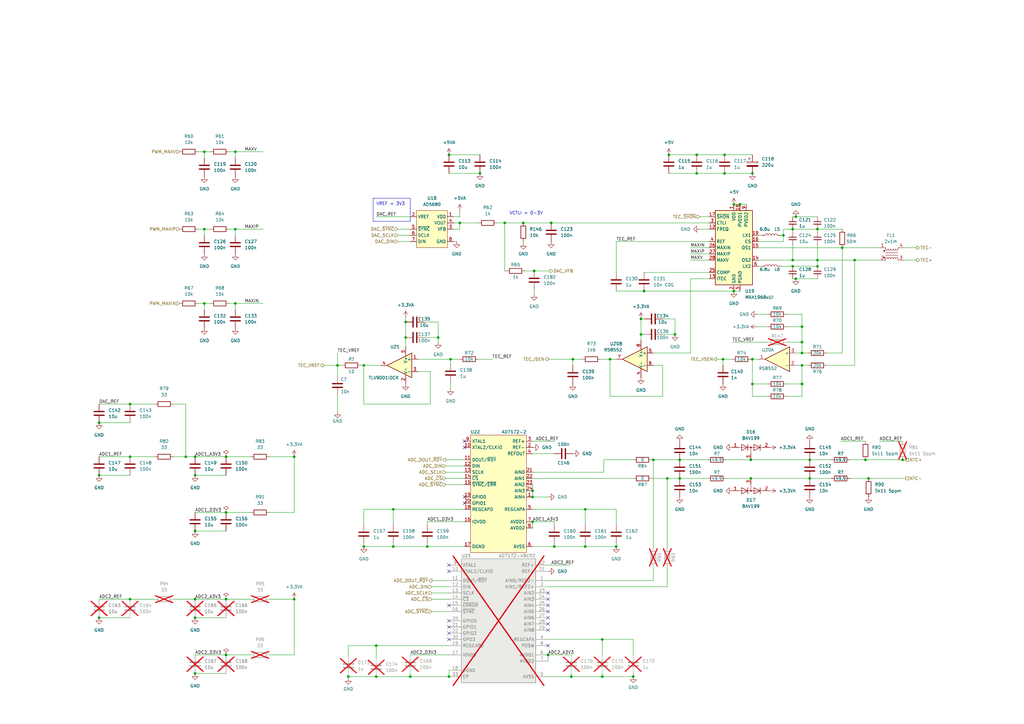
<source format=kicad_sch>
(kicad_sch (version 20230121) (generator eeschema)
  (paper "A3")
  (title_block (title "thermostat") (date "2023-11-27") (rev "r0_3") (company "M-Labs Limited") (comment 1 "Linus Woo Chun Kit"))
  (junction (at 300.99 119.38))
  (junction (at 267.97 188.595))
  (junction (at 350.52 106.68))
  (junction (at 297.18 63.5))
  (junction (at 274.32 63.5))
  (junction (at 300.99 83.82))
  (junction (at 188.595 91.44))
  (junction (at 252.73 224.155))
  (junction (at 96.52 62.23))
  (junction (at 53.34 245.745))
  (junction (at 328.93 140.335))
  (junction (at 161.29 208.915))
  (junction (at 92.71 268.605))
  (junction (at 166.37 132.08))
  (junction (at 325.12 106.68))
  (junction (at 234.95 147.32))
  (junction (at 83.82 62.23))
  (junction (at 40.64 173.355))
  (junction (at 184.785 147.32))
  (junction (at 80.01 217.805))
  (junction (at 120.65 187.325))
  (junction (at 40.64 253.365))
  (junction (at 120.65 245.745))
  (junction (at 218.44 213.995))
  (junction (at 154.305 277.495))
  (junction (at 328.93 149.86))
  (junction (at 214.63 91.44))
  (junction (at 149.225 149.86))
  (junction (at 354.965 188.595))
  (junction (at 296.545 147.32))
  (junction (at 218.44 203.835))
  (junction (at 179.705 138.43))
  (junction (at 184.15 277.495))
  (junction (at 161.29 224.155))
  (junction (at 234.315 277.495))
  (junction (at 308.61 71.12))
  (junction (at 247.015 262.255))
  (junction (at 92.71 210.185))
  (junction (at 325.12 93.98))
  (junction (at 80.01 276.225))
  (junction (at 226.06 91.44))
  (junction (at 262.89 137.16))
  (junction (at 285.75 71.12))
  (junction (at 308.61 157.48))
  (junction (at 259.715 277.495))
  (junction (at 326.39 114.3))
  (junction (at 250.19 147.32))
  (junction (at 92.71 245.745))
  (junction (at 83.82 93.98))
  (junction (at 80.01 187.325))
  (junction (at 83.82 124.46))
  (junction (at 175.26 224.155))
  (junction (at 278.765 188.595))
  (junction (at 80.01 194.945))
  (junction (at 321.31 96.52))
  (junction (at 92.71 187.325))
  (junction (at 53.34 187.325))
  (junction (at 218.44 201.295))
  (junction (at 168.275 277.495))
  (junction (at 80.01 253.365))
  (junction (at 184.15 63.5))
  (junction (at 240.03 224.155))
  (junction (at 335.28 109.22))
  (junction (at 345.44 101.6))
  (junction (at 273.685 196.215))
  (junction (at 278.765 196.215))
  (junction (at 328.93 133.985))
  (junction (at 96.52 93.98))
  (junction (at 227.33 224.155))
  (junction (at 154.305 264.795))
  (junction (at 207.01 91.44))
  (junction (at 96.52 124.46))
  (junction (at 138.43 149.86))
  (junction (at 303.53 83.82))
  (junction (at 40.64 194.945))
  (junction (at 332.105 188.595))
  (junction (at 328.93 157.48))
  (junction (at 307.975 188.595))
  (junction (at 325.12 109.22))
  (junction (at 196.85 71.12))
  (junction (at 219.075 111.125))
  (junction (at 356.235 196.215))
  (junction (at 262.89 130.81))
  (junction (at 240.03 208.915))
  (junction (at 307.975 196.215))
  (junction (at 328.93 144.78))
  (junction (at 370.205 188.595))
  (junction (at 149.225 224.155))
  (junction (at 264.16 119.38))
  (junction (at 76.2 187.325))
  (junction (at 80.01 245.745))
  (junction (at 335.28 93.98))
  (junction (at 276.86 137.16))
  (junction (at 142.875 277.495))
  (junction (at 308.61 147.32))
  (junction (at 285.75 63.5))
  (junction (at 297.18 71.12))
  (junction (at 335.28 106.68))
  (junction (at 332.105 196.215))
  (junction (at 166.37 138.43))
  (junction (at 224.79 268.605))
  (junction (at 53.34 165.735))
  (junction (at 326.39 88.9))
  (junction (at 247.015 277.495))
  (no_connect (at 190.5 180.975))
  (no_connect (at 184.15 248.285))
  (no_connect (at 190.5 183.515))
  (no_connect (at 190.5 203.835))
  (no_connect (at 190.5 206.375))
  (no_connect (at 224.79 243.205))
  (no_connect (at 224.79 250.825))
  (no_connect (at 184.15 234.315))
  (no_connect (at 184.15 231.775))
  (no_connect (at 224.79 264.795))
  (no_connect (at 184.15 262.255))
  (no_connect (at 224.79 255.905))
  (no_connect (at 184.15 257.175))
  (no_connect (at 184.15 259.715))
  (no_connect (at 224.79 248.285))
  (no_connect (at 224.79 253.365))
  (no_connect (at 184.15 254.635))
  (no_connect (at 224.79 258.445))
  (no_connect (at 224.79 245.745))
  (wire (pts (xy 320.04 96.52) (xy 321.31 96.52)))
  (wire (pts (xy 80.01 276.225) (xy 92.71 276.225)))
  (wire (pts (xy 300.355 140.335) (xy 314.96 140.335)))
  (wire (pts (xy 274.32 63.5) (xy 285.75 63.5)))
  (wire (pts (xy 328.93 144.78) (xy 331.47 144.78)))
  (wire (pts (xy 218.44 201.295) (xy 218.44 203.835)))
  (wire (pts (xy 218.44 213.995) (xy 227.33 213.995)))
  (wire (pts (xy 224.79 147.32) (xy 234.95 147.32)))
  (wire (pts (xy 207.01 91.44) (xy 214.63 91.44)))
  (wire (pts (xy 40.64 245.745) (xy 53.34 245.745)))
  (wire (pts (xy 308.61 147.32) (xy 311.15 147.32)))
  (wire (pts (xy 214.63 91.44) (xy 226.06 91.44)))
  (wire (pts (xy 219.075 111.125) (xy 225.425 111.125)))
  (wire (pts (xy 196.215 147.32) (xy 201.93 147.32)))
  (wire (pts (xy 40.64 194.945) (xy 53.34 194.945)))
  (wire (pts (xy 252.73 111.76) (xy 252.73 99.06)))
  (wire (pts (xy 142.875 277.495) (xy 142.875 278.13)))
  (wire (pts (xy 182.88 198.755) (xy 190.5 198.755)))
  (wire (pts (xy 40.64 165.735) (xy 53.34 165.735)))
  (wire (pts (xy 328.93 149.86) (xy 331.47 149.86)))
  (wire (pts (xy 92.71 268.605) (xy 102.87 268.605)))
  (wire (pts (xy 182.88 191.135) (xy 190.5 191.135)))
  (wire (pts (xy 175.26 213.995) (xy 190.5 213.995)))
  (wire (pts (xy 252.73 119.38) (xy 264.16 119.38)))
  (wire (pts (xy 224.79 268.605) (xy 224.79 271.145)))
  (wire (pts (xy 53.34 245.745) (xy 63.5 245.745)))
  (wire (pts (xy 252.73 208.915) (xy 252.73 215.265)))
  (wire (pts (xy 278.765 196.215) (xy 290.195 196.215)))
  (wire (pts (xy 149.225 215.265) (xy 149.225 208.915)))
  (wire (pts (xy 110.49 187.325) (xy 120.65 187.325)))
  (wire (pts (xy 92.71 210.185) (xy 102.87 210.185)))
  (wire (pts (xy 310.515 128.905) (xy 314.96 128.905)))
  (wire (pts (xy 278.765 188.595) (xy 290.195 188.595)))
  (wire (pts (xy 186.055 93.98) (xy 188.595 93.98)))
  (wire (pts (xy 325.12 106.68) (xy 335.28 106.68)))
  (wire (pts (xy 297.18 63.5) (xy 308.61 63.5)))
  (wire (pts (xy 250.19 147.32) (xy 252.73 147.32)))
  (wire (pts (xy 285.75 71.12) (xy 297.18 71.12)))
  (wire (pts (xy 296.545 147.32) (xy 300.355 147.32)))
  (wire (pts (xy 332.105 188.595) (xy 340.995 188.595)))
  (wire (pts (xy 264.16 119.38) (xy 300.99 119.38)))
  (wire (pts (xy 163.195 99.06) (xy 168.275 99.06)))
  (wire (pts (xy 322.58 157.48) (xy 328.93 157.48)))
  (wire (pts (xy 207.01 91.44) (xy 207.01 111.125)))
  (wire (pts (xy 177.165 245.745) (xy 184.15 245.745)))
  (wire (pts (xy 80.01 253.365) (xy 92.71 253.365)))
  (wire (pts (xy 71.12 245.745) (xy 80.01 245.745)))
  (wire (pts (xy 166.37 138.43) (xy 166.37 142.24)))
  (wire (pts (xy 227.33 213.995) (xy 227.33 215.265)))
  (wire (pts (xy 83.82 93.98) (xy 86.36 93.98)))
  (wire (pts (xy 339.09 144.78) (xy 345.44 144.78)))
  (wire (pts (xy 271.78 162.56) (xy 271.78 149.86)))
  (wire (pts (xy 184.15 63.5) (xy 196.85 63.5)))
  (wire (pts (xy 218.44 208.915) (xy 240.03 208.915)))
  (wire (pts (xy 218.44 213.995) (xy 218.44 216.535)))
  (wire (pts (xy 149.225 208.915) (xy 161.29 208.915)))
  (wire (pts (xy 179.705 132.08) (xy 179.705 138.43)))
  (wire (pts (xy 184.785 149.225) (xy 184.785 147.32)))
  (wire (pts (xy 214.63 99.695) (xy 214.63 99.06)))
  (wire (pts (xy 149.225 224.155) (xy 161.29 224.155)))
  (wire (pts (xy 247.015 277.495) (xy 259.715 277.495)))
  (wire (pts (xy 321.31 93.98) (xy 325.12 93.98)))
  (wire (pts (xy 350.52 106.68) (xy 350.52 149.86)))
  (wire (pts (xy 186.055 99.06) (xy 187.325 99.06)))
  (wire (pts (xy 171.45 147.32) (xy 184.785 147.32)))
  (wire (pts (xy 142.875 277.495) (xy 154.305 277.495)))
  (wire (pts (xy 96.52 124.46) (xy 96.52 127)))
  (wire (pts (xy 154.305 264.795) (xy 154.305 269.875)))
  (wire (pts (xy 325.12 109.22) (xy 335.28 109.22)))
  (wire (pts (xy 287.02 88.9) (xy 290.83 88.9)))
  (wire (pts (xy 283.21 101.6) (xy 290.83 101.6)))
  (wire (pts (xy 219.075 120.65) (xy 219.075 118.745)))
  (wire (pts (xy 163.195 96.52) (xy 168.275 96.52)))
  (wire (pts (xy 271.78 149.86) (xy 267.97 149.86)))
  (wire (pts (xy 182.88 188.595) (xy 190.5 188.595)))
  (wire (pts (xy 262.89 137.16) (xy 262.89 139.7)))
  (wire (pts (xy 345.44 101.6) (xy 345.44 144.78)))
  (wire (pts (xy 326.39 144.78) (xy 328.93 144.78)))
  (wire (pts (xy 283.21 144.78) (xy 267.97 144.78)))
  (wire (pts (xy 247.65 193.675) (xy 247.65 188.595)))
  (wire (pts (xy 184.15 71.12) (xy 196.85 71.12)))
  (wire (pts (xy 328.93 140.335) (xy 328.93 144.78)))
  (wire (pts (xy 311.15 101.6) (xy 345.44 101.6)))
  (wire (pts (xy 234.95 149.86) (xy 234.95 147.32)))
  (wire (pts (xy 96.52 124.46) (xy 107.95 124.46)))
  (wire (pts (xy 149.225 165.735) (xy 149.225 149.86)))
  (wire (pts (xy 240.03 208.915) (xy 252.73 208.915)))
  (wire (pts (xy 234.315 276.225) (xy 234.315 277.495)))
  (wire (pts (xy 267.97 232.41) (xy 267.97 238.125)))
  (wire (pts (xy 335.28 106.68) (xy 350.52 106.68)))
  (wire (pts (xy 182.88 193.675) (xy 190.5 193.675)))
  (wire (pts (xy 325.12 95.25) (xy 325.12 93.98)))
  (wire (pts (xy 154.305 264.795) (xy 184.15 264.795)))
  (wire (pts (xy 176.53 152.4) (xy 176.53 165.735)))
  (wire (pts (xy 348.615 196.215) (xy 356.235 196.215)))
  (wire (pts (xy 120.65 268.605) (xy 120.65 245.745)))
  (wire (pts (xy 186.055 88.9) (xy 188.595 88.9)))
  (wire (pts (xy 335.28 100.33) (xy 335.28 106.68)))
  (wire (pts (xy 224.79 277.495) (xy 234.315 277.495)))
  (wire (pts (xy 93.98 93.98) (xy 96.52 93.98)))
  (wire (pts (xy 264.16 130.81) (xy 262.89 130.81)))
  (wire (pts (xy 325.12 88.9) (xy 326.39 88.9)))
  (wire (pts (xy 250.19 162.56) (xy 271.78 162.56)))
  (wire (pts (xy 322.58 128.905) (xy 328.93 128.905)))
  (wire (pts (xy 273.685 232.41) (xy 273.685 240.665)))
  (wire (pts (xy 83.82 62.23) (xy 83.82 64.77)))
  (wire (pts (xy 161.29 222.885) (xy 161.29 224.155)))
  (wire (pts (xy 166.37 132.08) (xy 166.37 138.43)))
  (wire (pts (xy 80.01 217.805) (xy 92.71 217.805)))
  (wire (pts (xy 307.975 196.215) (xy 332.105 196.215)))
  (wire (pts (xy 264.16 111.76) (xy 290.83 111.76)))
  (wire (pts (xy 247.015 262.255) (xy 259.715 262.255)))
  (wire (pts (xy 154.305 88.9) (xy 168.275 88.9)))
  (wire (pts (xy 246.38 147.32) (xy 250.19 147.32)))
  (wire (pts (xy 247.015 276.225) (xy 247.015 277.495)))
  (wire (pts (xy 267.97 188.595) (xy 267.97 224.79)))
  (wire (pts (xy 53.34 187.325) (xy 63.5 187.325)))
  (wire (pts (xy 240.03 222.885) (xy 240.03 224.155)))
  (wire (pts (xy 138.43 161.925) (xy 138.43 168.91)))
  (wire (pts (xy 110.49 268.605) (xy 120.65 268.605)))
  (wire (pts (xy 177.165 240.665) (xy 184.15 240.665)))
  (wire (pts (xy 370.84 101.6) (xy 375.92 101.6)))
  (wire (pts (xy 188.595 88.9) (xy 188.595 86.36)))
  (wire (pts (xy 311.15 106.68) (xy 325.12 106.68)))
  (wire (pts (xy 325.12 100.33) (xy 325.12 106.68)))
  (wire (pts (xy 234.95 147.32) (xy 238.76 147.32)))
  (wire (pts (xy 40.64 187.325) (xy 53.34 187.325)))
  (wire (pts (xy 177.165 250.825) (xy 184.15 250.825)))
  (wire (pts (xy 247.65 188.595) (xy 259.715 188.595)))
  (wire (pts (xy 83.82 124.46) (xy 83.82 127)))
  (wire (pts (xy 328.93 133.985) (xy 328.93 140.335)))
  (wire (pts (xy 175.26 224.155) (xy 190.5 224.155)))
  (wire (pts (xy 168.275 268.605) (xy 184.15 268.605)))
  (wire (pts (xy 177.165 243.205) (xy 184.15 243.205)))
  (wire (pts (xy 219.075 111.125) (xy 215.265 111.125)))
  (wire (pts (xy 92.71 187.325) (xy 102.87 187.325)))
  (wire (pts (xy 218.44 186.055) (xy 227.33 186.055)))
  (wire (pts (xy 110.49 245.745) (xy 120.65 245.745)))
  (wire (pts (xy 247.015 262.255) (xy 247.015 268.605)))
  (wire (pts (xy 92.71 245.745) (xy 102.87 245.745)))
  (wire (pts (xy 360.68 180.975) (xy 370.205 180.975)))
  (wire (pts (xy 311.15 99.06) (xy 321.31 99.06)))
  (wire (pts (xy 267.97 188.595) (xy 278.765 188.595)))
  (wire (pts (xy 297.815 196.215) (xy 307.975 196.215)))
  (wire (pts (xy 142.875 264.795) (xy 142.875 269.24)))
  (wire (pts (xy 80.01 268.605) (xy 92.71 268.605)))
  (wire (pts (xy 96.52 93.98) (xy 96.52 96.52)))
  (wire (pts (xy 326.39 149.86) (xy 328.93 149.86)))
  (wire (pts (xy 308.61 157.48) (xy 308.61 162.56)))
  (wire (pts (xy 53.34 165.735) (xy 63.5 165.735)))
  (wire (pts (xy 370.205 188.595) (xy 371.475 188.595)))
  (wire (pts (xy 71.12 165.735) (xy 76.2 165.735)))
  (wire (pts (xy 132.715 149.86) (xy 138.43 149.86)))
  (wire (pts (xy 326.39 114.3) (xy 335.28 114.3)))
  (wire (pts (xy 325.12 114.3) (xy 326.39 114.3)))
  (wire (pts (xy 76.2 165.735) (xy 76.2 187.325)))
  (wire (pts (xy 218.44 203.835) (xy 224.79 203.835)))
  (wire (pts (xy 273.685 240.665) (xy 224.79 240.665)))
  (wire (pts (xy 154.305 277.495) (xy 168.275 277.495)))
  (wire (pts (xy 247.65 193.675) (xy 218.44 193.675)))
  (wire (pts (xy 252.73 222.885) (xy 252.73 224.155)))
  (wire (pts (xy 186.055 91.44) (xy 188.595 91.44)))
  (wire (pts (xy 328.93 162.56) (xy 328.93 157.48)))
  (wire (pts (xy 110.49 210.185) (xy 120.65 210.185)))
  (wire (pts (xy 83.82 93.98) (xy 83.82 96.52)))
  (wire (pts (xy 93.98 62.23) (xy 96.52 62.23)))
  (wire (pts (xy 226.06 91.44) (xy 290.83 91.44)))
  (wire (pts (xy 310.515 133.985) (xy 314.96 133.985)))
  (wire (pts (xy 287.02 93.98) (xy 290.83 93.98)))
  (wire (pts (xy 322.58 133.985) (xy 328.93 133.985)))
  (wire (pts (xy 80.01 194.945) (xy 92.71 194.945)))
  (wire (pts (xy 322.58 140.335) (xy 328.93 140.335)))
  (wire (pts (xy 177.165 238.125) (xy 184.15 238.125)))
  (wire (pts (xy 184.15 274.955) (xy 184.15 277.495)))
  (wire (pts (xy 276.86 130.81) (xy 276.86 137.16)))
  (wire (pts (xy 188.595 93.98) (xy 188.595 91.44)))
  (wire (pts (xy 218.44 180.975) (xy 227.33 180.975)))
  (wire (pts (xy 184.785 147.32) (xy 188.595 147.32)))
  (wire (pts (xy 322.58 162.56) (xy 328.93 162.56)))
  (wire (pts (xy 328.93 128.905) (xy 328.93 133.985)))
  (wire (pts (xy 40.64 173.355) (xy 53.34 173.355)))
  (wire (pts (xy 163.195 93.98) (xy 168.275 93.98)))
  (wire (pts (xy 138.43 149.86) (xy 140.335 149.86)))
  (wire (pts (xy 81.28 93.98) (xy 83.82 93.98)))
  (wire (pts (xy 80.01 187.325) (xy 92.71 187.325)))
  (wire (pts (xy 273.685 196.215) (xy 273.685 224.79)))
  (wire (pts (xy 273.685 196.215) (xy 278.765 196.215)))
  (wire (pts (xy 335.28 95.25) (xy 335.28 93.98)))
  (wire (pts (xy 96.52 62.23) (xy 107.95 62.23)))
  (wire (pts (xy 173.99 132.08) (xy 179.705 132.08)))
  (wire (pts (xy 321.31 99.06) (xy 321.31 96.52)))
  (wire (pts (xy 175.26 222.885) (xy 175.26 224.155)))
  (wire (pts (xy 218.44 198.755) (xy 218.44 201.295)))
  (wire (pts (xy 76.2 187.325) (xy 80.01 187.325)))
  (wire (pts (xy 344.805 180.975) (xy 354.965 180.975)))
  (wire (pts (xy 120.65 210.185) (xy 120.65 187.325)))
  (wire (pts (xy 224.79 268.605) (xy 234.315 268.605)))
  (wire (pts (xy 224.79 262.255) (xy 247.015 262.255)))
  (wire (pts (xy 218.44 196.215) (xy 259.715 196.215)))
  (wire (pts (xy 271.78 137.16) (xy 276.86 137.16)))
  (wire (pts (xy 311.15 96.52) (xy 312.42 96.52)))
  (wire (pts (xy 283.21 114.3) (xy 290.83 114.3)))
  (wire (pts (xy 348.615 188.595) (xy 354.965 188.595)))
  (wire (pts (xy 96.52 93.98) (xy 107.95 93.98)))
  (wire (pts (xy 81.28 62.23) (xy 83.82 62.23)))
  (wire (pts (xy 240.03 208.915) (xy 240.03 215.265)))
  (wire (pts (xy 264.16 137.16) (xy 262.89 137.16)))
  (wire (pts (xy 321.31 96.52) (xy 321.31 93.98)))
  (wire (pts (xy 335.28 106.68) (xy 335.28 109.22)))
  (wire (pts (xy 203.835 91.44) (xy 207.01 91.44)))
  (wire (pts (xy 332.105 196.215) (xy 340.995 196.215)))
  (wire (pts (xy 335.28 93.98) (xy 345.44 93.98)))
  (wire (pts (xy 274.32 71.12) (xy 285.75 71.12)))
  (wire (pts (xy 267.335 188.595) (xy 267.97 188.595)))
  (wire (pts (xy 262.89 130.81) (xy 262.89 137.16)))
  (wire (pts (xy 168.275 277.495) (xy 184.15 277.495)))
  (wire (pts (xy 176.53 165.735) (xy 149.225 165.735)))
  (wire (pts (xy 250.19 147.32) (xy 250.19 162.56)))
  (wire (pts (xy 356.235 196.215) (xy 371.475 196.215)))
  (wire (pts (xy 285.75 63.5) (xy 297.18 63.5)))
  (wire (pts (xy 182.88 196.215) (xy 190.5 196.215)))
  (wire (pts (xy 307.975 188.595) (xy 332.105 188.595)))
  (wire (pts (xy 168.275 277.495) (xy 168.275 276.225)))
  (wire (pts (xy 81.28 124.46) (xy 83.82 124.46)))
  (wire (pts (xy 300.99 83.82) (xy 303.53 83.82)))
  (wire (pts (xy 184.785 159.385) (xy 184.785 156.845)))
  (wire (pts (xy 83.82 124.46) (xy 86.36 124.46)))
  (wire (pts (xy 350.52 106.68) (xy 360.68 106.68)))
  (wire (pts (xy 297.815 188.595) (xy 307.975 188.595)))
  (wire (pts (xy 283.21 114.3) (xy 283.21 144.78)))
  (wire (pts (xy 138.43 149.86) (xy 138.43 144.78)))
  (wire (pts (xy 80.01 210.185) (xy 92.71 210.185)))
  (wire (pts (xy 294.005 147.32) (xy 296.545 147.32)))
  (wire (pts (xy 96.52 62.23) (xy 96.52 64.77)))
  (wire (pts (xy 345.44 101.6) (xy 360.68 101.6)))
  (wire (pts (xy 370.84 106.68) (xy 375.92 106.68)))
  (wire (pts (xy 252.73 99.06) (xy 290.83 99.06)))
  (wire (pts (xy 166.37 130.175) (xy 166.37 132.08)))
  (wire (pts (xy 328.93 157.48) (xy 328.93 149.86)))
  (wire (pts (xy 314.96 157.48) (xy 308.61 157.48)))
  (wire (pts (xy 93.98 124.46) (xy 96.52 124.46)))
  (wire (pts (xy 259.715 276.225) (xy 259.715 277.495)))
  (wire (pts (xy 267.97 238.125) (xy 224.79 238.125)))
  (wire (pts (xy 227.33 222.885) (xy 227.33 224.155)))
  (wire (pts (xy 80.01 245.745) (xy 92.71 245.745)))
  (wire (pts (xy 171.45 152.4) (xy 176.53 152.4)))
  (wire (pts (xy 218.44 224.155) (xy 227.33 224.155)))
  (wire (pts (xy 300.99 119.38) (xy 303.53 119.38)))
  (wire (pts (xy 307.975 147.32) (xy 308.61 147.32)))
  (wire (pts (xy 179.705 138.43) (xy 173.99 138.43)))
  (wire (pts (xy 71.12 187.325) (xy 76.2 187.325)))
  (wire (pts (xy 296.545 149.86) (xy 296.545 147.32)))
  (wire (pts (xy 161.29 224.155) (xy 175.26 224.155)))
  (wire (pts (xy 308.61 157.48) (xy 308.61 147.32)))
  (wire (pts (xy 303.53 83.82) (xy 306.07 83.82)))
  (wire (pts (xy 271.78 130.81) (xy 276.86 130.81)))
  (wire (pts (xy 224.79 231.775) (xy 233.68 231.775)))
  (wire (pts (xy 188.595 91.44) (xy 196.215 91.44)))
  (wire (pts (xy 149.225 149.86) (xy 156.21 149.86)))
  (wire (pts (xy 308.61 162.56) (xy 314.96 162.56)))
  (wire (pts (xy 83.82 62.23) (xy 86.36 62.23)))
  (wire (pts (xy 354.965 188.595) (xy 370.205 188.595)))
  (wire (pts (xy 161.29 208.915) (xy 161.29 215.265)))
  (wire (pts (xy 326.39 88.9) (xy 335.28 88.9)))
  (wire (pts (xy 234.315 277.495) (xy 247.015 277.495)))
  (wire (pts (xy 40.64 253.365) (xy 53.34 253.365)))
  (wire (pts (xy 311.15 109.22) (xy 312.42 109.22)))
  (wire (pts (xy 227.33 224.155) (xy 240.03 224.155)))
  (wire (pts (xy 320.04 109.22) (xy 325.12 109.22)))
  (wire (pts (xy 339.09 149.86) (xy 350.52 149.86)))
  (wire (pts (xy 297.18 71.12) (xy 308.61 71.12)))
  (wire (pts (xy 267.335 196.215) (xy 273.685 196.215)))
  (wire (pts (xy 161.29 208.915) (xy 190.5 208.915)))
  (wire (pts (xy 283.21 104.14) (xy 290.83 104.14)))
  (wire (pts (xy 283.21 106.68) (xy 290.83 106.68)))
  (wire (pts (xy 240.03 224.155) (xy 252.73 224.155)))
  (wire (pts (xy 142.875 276.86) (xy 142.875 277.495)))
  (wire (pts (xy 138.43 154.305) (xy 138.43 149.86)))
  (wire (pts (xy 179.705 140.335) (xy 179.705 138.43)))
  (wire (pts (xy 149.225 222.885) (xy 149.225 224.155)))
  (wire (pts (xy 154.305 264.795) (xy 142.875 264.795)))
  (wire (pts (xy 207.01 111.125) (xy 207.645 111.125)))
  (wire (pts (xy 147.955 149.86) (xy 149.225 149.86)))
  (wire (pts (xy 259.715 262.255) (xy 259.715 268.605)))
  (wire (pts (xy 325.12 93.98) (xy 335.28 93.98)))
  (wire (pts (xy 175.26 213.995) (xy 175.26 215.265)))
  (rectangle (start 153.035 81.28) (end 168.275 90.805))
  (text "VREF = 3V3" (at 154.305 84.455 0) (effects (font (size 1.27 1.27)) (justify left bottom)))
  (text "VCTLI = 0-3V" (at 208.915 88.265 0) (effects (font (size 1.27 1.27)) (justify left bottom)))
  (label "DAC_REF" (at 154.305 88.9 0))
  (label "TEC_VREF" (at 138.43 144.78 0))
  (label "ADC1_D3V3" (at 175.26 213.995 0))
  (label "MAXV" (at 100.33 62.23 0))
  (label "MAXIN" (at 100.33 124.46 0))
  (label "ADC2_D3V3" (at 80.01 268.605 0))
  (label "ADC2_REF" (at 40.64 245.745 0))
  (label "ADC1_REF" (at 40.64 187.325 0))
  (label "ADC2_A3V3" (at 80.01 245.745 0))
  (label "MAXIN" (at 283.21 101.6 0))
  (label "ADC1_A3V3" (at 80.01 187.325 0))
  (label "MAXV" (at 283.21 106.68 0))
  (label "DAC_REF" (at 40.64 165.735 0))
  (label "MAXIP" (at 100.33 93.98 0))
  (label "ADC1_REF" (at 344.805 180.975 0))
  (label "ADC1_D3V3" (at 80.01 210.185 0))
  (label "ADC1_REF" (at 219.71 180.975 0))
  (label "ADC1_A3V3" (at 218.44 213.995 0))
  (label "ADC2_A3V3" (at 224.79 268.605 0))
  (label "MAXIP" (at 283.21 104.14 0))
  (label "TEC_REF" (at 201.93 147.32 0))
  (label "TEC_VREF" (at 300.355 140.335 0))
  (label "TEC_REF" (at 252.73 99.06 0))
  (label "ADC2_REF" (at 360.68 180.975 0))
  (label "ADC2_D3V3" (at 168.275 268.605 0))
  (label "ADC2_REF" (at 226.06 231.775 0))
  (hierarchical_label "ADC_DOUT_~{RDY}" (shape output) (at 182.88 188.595 180))
  (hierarchical_label "TEC+" (shape output) (at 375.92 106.68 0))
  (hierarchical_label "PWM_MAXIP" (shape input) (at 73.66 93.98 180))
  (hierarchical_label "DAC_DIN" (shape input) (at 163.195 99.06 180))
  (hierarchical_label "TEC_VREF" (shape output) (at 132.715 149.86 180))
  (hierarchical_label "PWM_MAXIN" (shape input) (at 73.66 124.46 180))
  (hierarchical_label "ADC_~{SYNC}" (shape input) (at 177.165 250.825 180))
  (hierarchical_label "TEC_~{SHDN}" (shape input) (at 287.02 88.9 180))
  (hierarchical_label "DAC_SCLK" (shape input) (at 163.195 96.52 180))
  (hierarchical_label "ADC_~{CS}" (shape input) (at 177.165 245.745 180))
  (hierarchical_label "TEC_ISEN" (shape output) (at 224.79 147.32 180))
  (hierarchical_label "ADC_~{CS}" (shape input) (at 182.88 196.215 180))
  (hierarchical_label "NTC-" (shape passive) (at 371.475 196.215 0))
  (hierarchical_label "ADC_DIN" (shape input) (at 182.88 191.135 180))
  (hierarchical_label "NTC+" (shape passive) (at 371.475 188.595 0))
  (hierarchical_label "TEC-" (shape output) (at 375.92 101.6 0))
  (hierarchical_label "PWM_MAXV" (shape input) (at 73.66 62.23 180))
  (hierarchical_label "ADC_SCLK" (shape input) (at 182.88 193.675 180))
  (hierarchical_label "ADC_DIN" (shape input) (at 177.165 240.665 180))
  (hierarchical_label "TEC_VSEN" (shape output) (at 294.005 147.32 180))
  (hierarchical_label "ADC_~{SYNC}" (shape input) (at 182.88 198.755 180))
  (hierarchical_label "ADC_DOUT_~{RDY}" (shape output) (at 177.165 238.125 180))
  (hierarchical_label "DAC_~{SYNC}" (shape input) (at 163.195 93.98 180))
  (hierarchical_label "ADC_SCLK" (shape input) (at 177.165 243.205 180))
  (hierarchical_label "DAC_VFB" (shape output) (at 225.425 111.125 0))
  (symbol (lib_id "power:GND") (at 80.01 276.225 0) (unit 1)
    (property "Reference" "#PWR0188" (effects hide))
    (property "Value" "GND" (at 80.01 281.305 0))
  )
  (symbol (lib_id "Amplifier_Operational:TLV9001IDCK") (at 166.37 149.86 0) (mirror y) (unit 1)
    (property "Reference" "U21" (at 160.02 142.24 0) (effects (justify right)))
    (property "Value" "TLV9001IDCK" (at 151.13 154.94 0) (effects (justify right)))
    (property "Footprint" "Package_TO_SOT_SMD:SOT-353_SC-70-5" (effects hide))
    (property "Datasheet" "https://www.ti.com/lit/ds/symlink/tlv9001.pdf" (effects hide))
    (property "MFR_PN" "TLV9001QDBVRQ1" (effects hide))
  )
  (symbol (lib_id "power:GND") (at 80.01 194.945 0) (unit 1)
    (property "Reference" "#PWR0174" (effects hide))
    (property "Value" "GND" (at 80.01 200.025 0))
  )
  (symbol (lib_id "Device:R") (at 273.685 228.6 180) (unit 1) (dnp yes)
    (property "Reference" "R93" (at 276.225 228.6 90))
    (property "Value" "0" (at 273.685 228.6 90))
    (property "Footprint" "Resistor_SMD:R_0603_1608Metric" (effects hide))
    (property "MFR_PN" "RMCF0603ZT0R00" (effects hide))
    (property "MFR_PN_ALT" "CR0603-J/-000ELF" (effects hide))
  )
  (symbol (lib_id "Device:C") (at 240.03 219.075 0) (unit 1)
    (property "Reference" "C161" (at 243.84 217.8049 0) (effects (justify left)))
    (property "Value" "100n" (at 243.84 220.3449 0) (effects (justify left)))
    (property "Footprint" "Capacitor_SMD:C_0603_1608Metric" (effects hide))
    (property "MFR_PN" "CL10B104KB8NNWC" (effects hide))
    (property "MFR_PN_ALT" "CL10B104KB8NNNL" (effects hide))
  )
  (symbol (lib_id "Device:C") (at 175.26 219.075 0) (unit 1)
    (property "Reference" "C159" (at 179.07 217.8049 0) (effects (justify left)))
    (property "Value" "100n" (at 179.07 220.3449 0) (effects (justify left)))
    (property "Footprint" "Capacitor_SMD:C_0603_1608Metric" (effects hide))
    (property "MFR_PN" "CL10B104KB8NNWC" (effects hide))
    (property "MFR_PN_ALT" "CL10B104KB8NNNL" (effects hide))
  )
  (symbol (lib_id "kirdy:AD5680") (at 177.165 101.6 0) (unit 1)
    (property "Reference" "U18" (at 177.165 81.28 0))
    (property "Value" "AD5680" (at 177.165 83.82 0))
    (property "Footprint" "Package_TO_SOT_SMD:SOT-23-8" (effects hide))
    (property "Datasheet" "https://www.analog.com/media/en/technical-documentation/data-sheets/ad5680.pdf" (effects hide))
    (property "MFR_PN" "AD5680BRJZ-1" (effects hide))
    (property "Comment" "It must be \"-1\" model" (effects hide))
  )
  (symbol (lib_id "Device:C") (at 53.34 249.555 0) (unit 1) (dnp yes)
    (property "Reference" "C164" (at 57.15 248.2849 0) (effects (justify left)))
    (property "Value" "100n" (at 57.15 250.8249 0) (effects (justify left)))
    (property "Footprint" "Capacitor_SMD:C_0603_1608Metric" (effects hide))
    (property "MFR_PN" "CL10B104KB8NNWC" (effects hide))
    (property "MFR_PN_ALT" "CL10B104KB8NNNL" (effects hide))
  )
  (symbol (lib_id "power:GND") (at 40.64 194.945 0) (unit 1)
    (property "Reference" "#PWR0173" (effects hide))
    (property "Value" "GND" (at 40.64 200.025 0))
  )
  (symbol (lib_id "power:GND") (at 187.325 99.06 0) (unit 1)
    (property "Reference" "#PWR0144" (effects hide))
    (property "Value" "GND" (at 187.325 104.14 0))
  )
  (symbol (lib_id "Device:C") (at 80.01 213.995 0) (unit 1)
    (property "Reference" "C155" (at 83.82 212.7249 0) (effects (justify left)))
    (property "Value" "10u" (at 83.82 215.2649 0) (effects (justify left)))
    (property "Footprint" "Capacitor_SMD:C_0805_2012Metric" (effects hide))
    (property "MFR_PN" "CL21B106KOQNNNG" (effects hide))
    (property "MFR_PN_ALT" "CL21B106KOQNNNE" (effects hide))
  )
  (symbol (lib_id "Device:R") (at 345.44 97.79 180) (unit 1)
    (property "Reference" "R66" (at 349.25 96.52 0))
    (property "Value" "50m" (at 349.25 99.06 0))
    (property "Footprint" "Resistor_SMD:R_2010_5025Metric" (effects hide))
    (property "MFR_PN" "CRM2010-FX-R050ELF" (effects hide))
    (property "MFR_PN_ALT" "WSL2010R0500FEA18" (effects hide))
  )
  (symbol (lib_id "Device:C") (at 154.305 273.685 0) (unit 1) (dnp yes)
    (property "Reference" "C174" (at 158.115 272.4149 0) (effects (justify left)))
    (property "Value" "100n" (at 158.115 274.9549 0) (effects (justify left)))
    (property "Footprint" "Capacitor_SMD:C_0603_1608Metric" (effects hide))
    (property "MFR_PN" "CL10B104KB8NNWC" (effects hide))
    (property "MFR_PN_ALT" "CL10B104KB8NNNL" (effects hide))
  )
  (symbol (lib_id "Device:C") (at 252.73 219.075 0) (unit 1)
    (property "Reference" "C162" (at 256.54 217.8049 0) (effects (justify left)))
    (property "Value" "1u" (at 256.54 220.3449 0) (effects (justify left)))
    (property "Footprint" "Capacitor_SMD:C_0603_1608Metric" (effects hide))
    (property "MFR_PN" "CL10B105KA8NNNC" (effects hide))
    (property "MFR_PN_ALT" "CGA3E1X7R1E105K080AC" (effects hide))
  )
  (symbol (lib_id "power:+3.3VA") (at 120.65 187.325 0) (unit 1)
    (property "Reference" "#PWR0172" (effects hide))
    (property "Value" "+3.3VA" (at 120.65 182.245 0))
  )
  (symbol (lib_id "power:+5V") (at 274.32 63.5 0) (unit 1)
    (property "Reference" "#PWR0135" (effects hide))
    (property "Value" "+5V" (at 274.32 58.42 0))
  )
  (symbol (lib_id "power:GND") (at 219.075 120.65 0) (unit 1)
    (property "Reference" "#PWR0145" (effects hide))
    (property "Value" "GND" (at 219.075 125.73 0))
  )
  (symbol (lib_id "Device:R") (at 106.68 210.185 90) (unit 1)
    (property "Reference" "R91" (at 106.68 203.835 90))
    (property "Value" "33" (at 106.68 206.375 90))
    (property "Footprint" "Resistor_SMD:R_0603_1608Metric" (effects hide))
    (property "MFR_PN" "RC0603FR-0733RL" (effects hide))
    (property "MFR_PN_ALT" "CRGCQ0603F33R" (effects hide))
  )
  (symbol (lib_id "Device:Filter_EMI_LL_1423") (at 365.76 104.14 0) (mirror x) (unit 1)
    (property "Reference" "FL1" (at 365.379 96.52 0))
    (property "Value" "2x1m" (at 365.379 99.06 0))
    (property "Footprint" "Inductor_SMD:L_CommonModeChoke_Wuerth_WE-SL5" (effects hide))
    (property "MFR_PN" "744273501" (effects hide))
  )
  (symbol (lib_id "Device:R") (at 318.77 128.905 90) (unit 1)
    (property "Reference" "R69" (at 318.77 126.365 90))
    (property "Value" "10k" (at 318.77 128.905 90))
    (property "Footprint" "Resistor_SMD:R_0603_1608Metric" (effects hide))
    (property "MFR_PN" "RNCP0603FTD10K0" (effects hide))
    (property "MFR_PN_ALT" "RMCF0603FT10K0" (effects hide))
  )
  (symbol (lib_id "power:GND") (at 83.82 104.14 0) (unit 1)
    (property "Reference" "#PWR0147" (effects hide))
    (property "Value" "GND" (at 83.82 109.22 0))
  )
  (symbol (lib_id "power:GND") (at 310.515 128.905 270) (unit 1)
    (property "Reference" "#PWR0153" (effects hide))
    (property "Value" "GND" (at 307.34 128.905 90) (effects (justify right)))
  )
  (symbol (lib_id "Device:C") (at 138.43 158.115 180) (unit 1)
    (property "Reference" "C?" (at 140.97 155.575 0))
    (property "Value" "10n" (at 141.605 160.655 0))
    (property "Footprint" "Capacitor_SMD:C_0603_1608Metric" (effects hide))
    (property "MFR_PN" "0603B103K500CT" (effects hide))
    (property "MFR_PN_ALT" "CL10B103KB8NNNC" (effects hide))
    (instances (project "kirdy" (path "" (reference "C?") (unit 1)) (path "" (reference "C141") (unit 1))))
  )
  (symbol (lib_id "Device:R") (at 90.17 62.23 90) (unit 1)
    (property "Reference" "R61" (at 90.17 55.88 90))
    (property "Value" "10k" (at 90.17 58.42 90))
    (property "Footprint" "Resistor_SMD:R_0603_1608Metric" (effects hide))
    (property "MFR_PN" "RNCP0603FTD10K0" (effects hide))
    (property "MFR_PN_ALT" "RMCF0603FT10K0" (effects hide))
  )
  (symbol (lib_id "Device:C") (at 296.545 153.67 0) (unit 1)
    (property "Reference" "C140" (at 299.72 152.4 0) (effects (justify left)))
    (property "Value" "1n" (at 299.72 154.94 0) (effects (justify left)))
    (property "Footprint" "Capacitor_SMD:C_0603_1608Metric" (effects hide))
    (property "MFR_PN" "0603N102G250CT" (effects hide))
  )
  (symbol (lib_id "Device:R") (at 294.005 188.595 270) (unit 1)
    (property "Reference" "R?" (at 294.005 186.055 90))
    (property "Value" "49.9" (at 294.005 188.595 90))
    (property "Footprint" "Resistor_SMD:R_0603_1608Metric" (effects hide))
    (property "MFR_PN" "RT0603DRE0749R9L" (effects hide))
    (instances (project "kirdy" (path "" (reference "R?") (unit 1)) (path "" (reference "R85") (unit 1))))
  )
  (symbol (lib_id "kirdy:RS8552") (at 260.35 147.32 0) (mirror y) (unit 3)
    (property "Reference" "U20" (effects hide))
    (property "Value" "RS8552" (effects hide))
    (property "Footprint" "Package_SO:SOIC-8_3.9x4.9mm_P1.27mm" (effects hide))
    (property "Datasheet" "https://datasheet.lcsc.com/lcsc/2010160333_Jiangsu-RUNIC-Tech-RS8554XP_C236997.pdf" (effects hide))
    (property "MFR_PN" "RS8552XK" (effects hide))
  )
  (symbol (lib_id "power:GND") (at 308.61 71.12 0) (unit 1)
    (property "Reference" "#PWR0137" (effects hide))
    (property "Value" "GND" (at 308.61 76.2 0))
  )
  (symbol (lib_id "Device:R") (at 294.005 196.215 270) (unit 1)
    (property "Reference" "R?" (at 294.005 193.675 90))
    (property "Value" "49.9" (at 294.005 196.215 90))
    (property "Footprint" "Resistor_SMD:R_0603_1608Metric" (effects hide))
    (property "MFR_PN" "RT0603DRE0749R9L" (effects hide))
    (instances (project "kirdy" (path "" (reference "R?") (unit 1)) (path "" (reference "R88") (unit 1))))
  )
  (symbol (lib_id "Device:R") (at 106.68 245.745 90) (unit 1) (dnp yes)
    (property "Reference" "R95" (at 106.68 239.395 90))
    (property "Value" "33" (at 106.68 241.935 90))
    (property "Footprint" "Resistor_SMD:R_0603_1608Metric" (effects hide))
    (property "MFR_PN" "RC0603FR-0733RL" (effects hide))
    (property "MFR_PN_ALT" "CRGCQ0603F33R" (effects hide))
  )
  (symbol (lib_id "Device:R") (at 211.455 111.125 270) (unit 1)
    (property "Reference" "R65" (at 211.455 108.585 90))
    (property "Value" "1k" (at 211.455 113.665 90))
    (property "Footprint" "Resistor_SMD:R_0603_1608Metric" (effects hide))
    (property "MFR_PN" "RP0603BRD071KL" (effects hide))
    (property "MFR_PN_ALT" "WR06X1001FTL" (effects hide))
  )
  (symbol (lib_id "kirdy:AD7172-2") (at 204.47 205.105 0) (mirror y) (unit 1)
    (property "Reference" "U22" (at 194.945 177.165 0))
    (property "Value" "AD7172-2" (at 210.82 177.165 0))
    (property "Footprint" "Package_SO:TSSOP-24_4.4x7.8mm_P0.65mm" (effects hide))
    (property "Datasheet" "https://www.analog.com/media/en/technical-documentation/data-sheets/ad7172-2.pdf" (effects hide))
    (property "MFR_PN" "AD7172-2BRUZ" (effects hide))
  )
  (symbol (lib_id "Device:C") (at 92.71 272.415 0) (unit 1) (dnp yes)
    (property "Reference" "C168" (at 96.52 271.1449 0) (effects (justify left)))
    (property "Value" "100n" (at 96.52 273.6849 0) (effects (justify left)))
    (property "Footprint" "Capacitor_SMD:C_0603_1608Metric" (effects hide))
    (property "MFR_PN" "CL10B104KB8NNWC" (effects hide))
    (property "MFR_PN_ALT" "CL10B104KB8NNNL" (effects hide))
  )
  (symbol (lib_id "Device:C") (at 92.71 191.135 0) (unit 1)
    (property "Reference" "C150" (at 96.52 189.8649 0) (effects (justify left)))
    (property "Value" "100n" (at 96.52 192.4049 0) (effects (justify left)))
    (property "Footprint" "Capacitor_SMD:C_0603_1608Metric" (effects hide))
    (property "MFR_PN" "CL10B104KB8NNWC" (effects hide))
    (property "MFR_PN_ALT" "CL10B104KB8NNNL" (effects hide))
  )
  (symbol (lib_id "power:GND") (at 83.82 134.62 0) (unit 1)
    (property "Reference" "#PWR0154" (effects hide))
    (property "Value" "GND" (at 83.82 139.7 0))
  )
  (symbol (lib_id "Device:L") (at 316.23 109.22 90) (unit 1)
    (property "Reference" "L6" (at 318.77 110.49 90))
    (property "Value" "6.8u" (at 313.69 110.49 90))
    (property "Footprint" "Inductor_SMD:L_Wuerth_MAPI-4030" (effects hide))
    (property "MFR_PN" "74438357068" (effects hide))
  )
  (symbol (lib_id "power:GND") (at 234.95 186.055 90) (unit 1)
    (property "Reference" "#PWR0171" (effects hide))
    (property "Value" "GND" (at 238.76 186.0549 90) (effects (justify right)))
  )
  (symbol (lib_id "Device:R") (at 77.47 93.98 90) (unit 1)
    (property "Reference" "R63" (at 77.47 87.63 90))
    (property "Value" "10k" (at 77.47 90.17 90))
    (property "Footprint" "Resistor_SMD:R_0603_1608Metric" (effects hide))
    (property "MFR_PN" "RNCP0603FTD10K0" (effects hide))
    (property "MFR_PN_ALT" "RMCF0603FT10K0" (effects hide))
  )
  (symbol (lib_id "Device:C") (at 40.64 191.135 0) (unit 1)
    (property "Reference" "C147" (at 44.45 189.8649 0) (effects (justify left)))
    (property "Value" "10u" (at 44.45 192.4049 0) (effects (justify left)))
    (property "Footprint" "Capacitor_SMD:C_0805_2012Metric" (effects hide))
    (property "MFR_PN" "CL21B106KOQNNNG" (effects hide))
    (property "MFR_PN_ALT" "CL21B106KOQNNNE" (effects hide))
  )
  (symbol (lib_id "Device:C") (at 278.765 192.405 0) (unit 1)
    (property "Reference" "C151" (at 282.575 191.1349 0) (effects (justify left)))
    (property "Value" "100n" (at 282.575 193.6749 0) (effects (justify left)))
    (property "Footprint" "Capacitor_SMD:C_0603_1608Metric" (effects hide))
    (property "MFR_PN" "CL10B104KB8NNWC" (effects hide))
    (property "MFR_PN_ALT" "CL10B104KB8NNNL" (effects hide))
  )
  (symbol (lib_id "power:GND") (at 96.52 72.39 0) (unit 1)
    (property "Reference" "#PWR0139" (effects hide))
    (property "Value" "GND" (at 96.52 77.47 0))
  )
  (symbol (lib_id "Device:C") (at 297.18 67.31 0) (unit 1)
    (property "Reference" "C117" (at 300.99 66.0399 0) (effects (justify left)))
    (property "Value" "1u" (at 300.99 68.5799 0) (effects (justify left)))
    (property "Footprint" "Capacitor_SMD:C_0603_1608Metric" (effects hide))
    (property "MFR_PN" "CL10B105KA8NNNC" (effects hide))
    (property "MFR_PN_ALT" "CGA3E1X7R1E105K080AC" (effects hide))
  )
  (symbol (lib_id "Device:C") (at 285.75 67.31 0) (unit 1)
    (property "Reference" "C116" (at 289.56 66.0399 0) (effects (justify left)))
    (property "Value" "1u" (at 289.56 68.5799 0) (effects (justify left)))
    (property "Footprint" "Capacitor_SMD:C_0603_1608Metric" (effects hide))
    (property "MFR_PN" "CL10B105KA8NNNC" (effects hide))
    (property "MFR_PN_ALT" "CGA3E1X7R1E105K080AC" (effects hide))
  )
  (symbol (lib_id "Device:C") (at 40.64 169.545 0) (unit 1)
    (property "Reference" "C142" (at 44.45 168.2749 0) (effects (justify left)))
    (property "Value" "10u" (at 44.45 170.8149 0) (effects (justify left)))
    (property "Footprint" "Capacitor_SMD:C_0805_2012Metric" (effects hide))
    (property "MFR_PN" "CL21B106KOQNNNG" (effects hide))
    (property "MFR_PN_ALT" "CL21B106KOQNNNE" (effects hide))
  )
  (symbol (lib_id "Device:C") (at 267.97 137.16 90) (unit 1)
    (property "Reference" "C136" (at 271.78 135.89 90))
    (property "Value" "100n" (at 271.78 138.43 90))
    (property "Footprint" "Capacitor_SMD:C_0603_1608Metric" (effects hide))
    (property "MFR_PN" "CL10B104KB8NNWC" (effects hide))
    (property "MFR_PN_ALT" "CL10B104KB8NNNL" (effects hide))
  )
  (symbol (lib_id "Device:R") (at 67.31 245.745 90) (unit 1) (dnp yes)
    (property "Reference" "R94" (at 67.31 239.395 90))
    (property "Value" "33" (at 67.31 241.935 90))
    (property "Footprint" "Resistor_SMD:R_0603_1608Metric" (effects hide))
    (property "MFR_PN" "RC0603FR-0733RL" (effects hide))
    (property "MFR_PN_ALT" "CRGCQ0603F33R" (effects hide))
  )
  (symbol (lib_id "Device:C_Small") (at 325.12 97.79 0) (unit 1)
    (property "Reference" "C124" (at 327.66 96.5262 0) (effects (justify left)))
    (property "Value" "10u" (at 327.66 99.0662 0) (effects (justify left)))
    (property "Footprint" "Capacitor_SMD:C_0805_2012Metric" (effects hide))
    (property "MFR_PN" "CL21B106KOQNNNG" (effects hide))
    (property "MFR_PN_ALT" "CL21B106KOQNNNE" (effects hide))
  )
  (symbol (lib_id "power:GND") (at 224.79 203.835 90) (unit 1)
    (property "Reference" "#PWR0177" (effects hide))
    (property "Value" "GND" (at 228.6 203.8349 90) (effects (justify right)))
  )
  (symbol (lib_id "Device:C") (at 96.52 130.81 0) (unit 1)
    (property "Reference" "C133" (at 100.33 129.5399 0) (effects (justify left)))
    (property "Value" "100n" (at 100.33 132.0799 0) (effects (justify left)))
    (property "Footprint" "Capacitor_SMD:C_0603_1608Metric" (effects hide))
    (property "MFR_PN" "CL10B104KB8NNWC" (effects hide))
    (property "MFR_PN_ALT" "CL10B104KB8NNNL" (effects hide))
  )
  (symbol (lib_id "Device:R") (at 242.57 147.32 90) (unit 1)
    (property "Reference" "R73" (at 242.57 140.97 90))
    (property "Value" "1k6" (at 242.57 143.51 90))
    (property "Footprint" "Resistor_SMD:R_0603_1608Metric" (effects hide))
    (property "MFR_PN" "RT0603FRE071K6L" (effects hide))
    (property "MFR_PN_ALT" "RMCF0603FT1K60" (effects hide))
  )
  (symbol (lib_id "Device:R") (at 90.17 93.98 90) (unit 1)
    (property "Reference" "R64" (at 90.17 87.63 90))
    (property "Value" "10k" (at 90.17 90.17 90))
    (property "Footprint" "Resistor_SMD:R_0603_1608Metric" (effects hide))
    (property "MFR_PN" "RNCP0603FTD10K0" (effects hide))
    (property "MFR_PN_ALT" "RMCF0603FT10K0" (effects hide))
  )
  (symbol (lib_id "Device:R") (at 354.965 184.785 0) (unit 1)
    (property "Reference" "R80" (at 357.505 183.5149 0) (effects (justify left)))
    (property "Value" "5k11 5ppm" (at 357.505 186.0549 0) (effects (justify left)))
    (property "Footprint" "Resistor_SMD:R_0603_1608Metric" (effects hide))
    (property "MFR_PN" "RN73H1JTTD5111A05" (effects hide))
    (property "MFR_PN_ALT" "TNPU06035K11BZEN00" (effects hide))
  )
  (symbol (lib_id "power:GND") (at 166.37 157.48 0) (unit 1)
    (property "Reference" "#PWR0160" (effects hide))
    (property "Value" "GND" (at 166.37 162.56 0))
  )
  (symbol (lib_id "power:+3.3VA") (at 166.37 130.175 0) (unit 1)
    (property "Reference" "#PWR0151" (effects hide))
    (property "Value" "+3.3VA" (at 166.37 125.095 0))
  )
  (symbol (lib_id "power:GND") (at 142.875 278.13 0) (unit 1)
    (property "Reference" "#PWR0190" (effects hide))
    (property "Value" "GND" (at 142.875 282.575 0))
  )
  (symbol (lib_id "power:GND") (at 226.06 99.06 0) (unit 1)
    (property "Reference" "#PWR0146" (effects hide))
    (property "Value" "GND" (at 226.06 104.14 0))
  )
  (symbol (lib_id "Device:C") (at 168.275 272.415 0) (unit 1) (dnp yes)
    (property "Reference" "C169" (at 172.085 271.1449 0) (effects (justify left)))
    (property "Value" "100n" (at 172.085 273.6849 0) (effects (justify left)))
    (property "Footprint" "Capacitor_SMD:C_0603_1608Metric" (effects hide))
    (property "MFR_PN" "CL10B104KB8NNWC" (effects hide))
    (property "MFR_PN_ALT" "CL10B104KB8NNNL" (effects hide))
  )
  (symbol (lib_id "Device:R") (at 344.805 196.215 270) (unit 1)
    (property "Reference" "R?" (at 344.805 193.675 90))
    (property "Value" "49.9" (at 344.805 196.215 90))
    (property "Footprint" "Resistor_SMD:R_0603_1608Metric" (effects hide))
    (property "MFR_PN" "RT0603DRE0749R9L" (effects hide))
    (instances (project "kirdy" (path "" (reference "R?") (unit 1)) (path "" (reference "R89") (unit 1))))
  )
  (symbol (lib_id "Device:R") (at 106.68 268.605 90) (unit 1) (dnp yes)
    (property "Reference" "R96" (at 106.68 262.255 90))
    (property "Value" "33" (at 106.68 264.795 90))
    (property "Footprint" "Resistor_SMD:R_0603_1608Metric" (effects hide))
    (property "MFR_PN" "RC0603FR-0733RL" (effects hide))
    (property "MFR_PN_ALT" "CRGCQ0603F33R" (effects hide))
  )
  (symbol (lib_id "Device:R") (at 318.77 140.335 270) (unit 1) (dnp yes)
    (property "Reference" "R147" (at 318.77 137.795 90))
    (property "Value" "0" (at 318.77 140.335 90))
    (property "Footprint" "Resistor_SMD:R_0603_1608Metric" (effects hide))
    (property "MFR_PN" "RMCF0603ZT0R00" (effects hide))
    (property "MFR_PN_ALT" "CR0603-J/-000ELF" (effects hide))
  )
  (symbol (lib_id "Device:R") (at 214.63 95.25 180) (unit 1)
    (property "Reference" "R146" (at 217.17 93.98 0) (effects (justify right)))
    (property "Value" "10k" (at 219.075 96.52 0))
    (property "Footprint" "Resistor_SMD:R_0603_1608Metric" (effects hide))
    (property "MFR_PN" "RNCP0603FTD10K0" (effects hide))
    (property "MFR_PN_ALT" "RMCF0603FT10K0" (effects hide))
  )
  (symbol (lib_id "Device:C") (at 332.105 200.025 0) (unit 1)
    (property "Reference" "C154" (at 335.915 198.7549 0) (effects (justify left)))
    (property "Value" "10n" (at 335.915 201.2949 0) (effects (justify left)))
    (property "Footprint" "Capacitor_SMD:C_0603_1608Metric" (effects hide))
    (property "MFR_PN" "0603B103K500CT" (effects hide))
    (property "MFR_PN_ALT" "CL10B103KB8NNNC" (effects hide))
  )
  (symbol (lib_id "power:GND") (at 40.64 253.365 0) (unit 1)
    (property "Reference" "#PWR0186" (effects hide))
    (property "Value" "GND" (at 40.64 258.445 0))
  )
  (symbol (lib_id "Device:C") (at 252.73 115.57 0) (unit 1)
    (property "Reference" "C130" (at 256.54 114.2999 0) (effects (justify left)))
    (property "Value" "1u" (at 256.54 116.8399 0) (effects (justify left)))
    (property "Footprint" "Capacitor_SMD:C_0603_1608Metric" (effects hide))
    (property "MFR_PN" "CL10B105KA8NNNC" (effects hide))
    (property "MFR_PN_ALT" "CGA3E1X7R1E105K080AC" (effects hide))
  )
  (symbol (lib_id "Device:C") (at 274.32 67.31 0) (unit 1)
    (property "Reference" "C115" (at 278.13 66.0399 0) (effects (justify left)))
    (property "Value" "1u" (at 278.13 68.5799 0) (effects (justify left)))
    (property "Footprint" "Capacitor_SMD:C_0603_1608Metric" (effects hide))
    (property "MFR_PN" "CL10B105KA8NNNC" (effects hide))
    (property "MFR_PN_ALT" "CGA3E1X7R1E105K080AC" (effects hide))
  )
  (symbol (lib_id "Device:C_Small") (at 325.12 111.76 0) (unit 1)
    (property "Reference" "C128" (at 327.66 110.4962 0) (effects (justify left)))
    (property "Value" "1u" (at 327.66 113.0362 0) (effects (justify left)))
    (property "Footprint" "Capacitor_SMD:C_0603_1608Metric" (effects hide))
    (property "MFR_PN" "CL10B105KA8NNNC" (effects hide))
    (property "MFR_PN_ALT" "CGA3E1X7R1E105K080AC" (effects hide))
  )
  (symbol (lib_id "Device:C") (at 184.15 67.31 0) (unit 1)
    (property "Reference" "C113" (at 187.96 66.0399 0) (effects (justify left)))
    (property "Value" "10u" (at 187.96 68.5799 0) (effects (justify left)))
    (property "Footprint" "Capacitor_SMD:C_0805_2012Metric" (effects hide))
    (property "MFR_PN" "CL21B106KOQNNNG" (effects hide))
    (property "MFR_PN_ALT" "CL21B106KOQNNNE" (effects hide))
  )
  (symbol (lib_id "power:GND") (at 252.73 224.155 0) (unit 1)
    (property "Reference" "#PWR0183" (effects hide))
    (property "Value" "GND" (at 252.73 229.235 0))
  )
  (symbol (lib_id "power:GND") (at 83.82 72.39 0) (unit 1)
    (property "Reference" "#PWR0138" (effects hide))
    (property "Value" "GND" (at 83.82 77.47 0))
  )
  (symbol (lib_id "power:GND") (at 196.85 71.12 0) (unit 1)
    (property "Reference" "#PWR0136" (effects hide))
    (property "Value" "GND" (at 196.85 76.2 0))
  )
  (symbol (lib_id "Device:R") (at 77.47 62.23 90) (unit 1)
    (property "Reference" "R60" (at 77.47 55.88 90))
    (property "Value" "10k" (at 77.47 58.42 90))
    (property "Footprint" "Resistor_SMD:R_0603_1608Metric" (effects hide))
    (property "MFR_PN" "RNCP0603FTD10K0" (effects hide))
    (property "MFR_PN_ALT" "RMCF0603FT10K0" (effects hide))
  )
  (symbol (lib_id "Device:C") (at 149.225 219.075 0) (unit 1)
    (property "Reference" "C157" (at 153.035 217.8049 0) (effects (justify left)))
    (property "Value" "1u" (at 153.035 220.3449 0) (effects (justify left)))
    (property "Footprint" "Capacitor_SMD:C_0603_1608Metric" (effects hide))
    (property "MFR_PN" "CL10B105KA8NNNC" (effects hide))
    (property "MFR_PN_ALT" "CGA3E1X7R1E105K080AC" (effects hide))
  )
  (symbol (lib_id "Device:R") (at 200.025 91.44 90) (unit 1)
    (property "Reference" "R62" (at 200.025 85.09 90))
    (property "Value" "1k" (at 200.025 87.63 90))
    (property "Footprint" "Resistor_SMD:R_0603_1608Metric" (effects hide))
    (property "MFR_PN" "RP0603BRD071KL" (effects hide))
    (property "MFR_PN_ALT" "WR06X1001FTL" (effects hide))
  )
  (symbol (lib_id "power:GND") (at 80.01 253.365 0) (unit 1)
    (property "Reference" "#PWR0187" (effects hide))
    (property "Value" "GND" (at 80.01 258.445 0))
  )
  (symbol (lib_id "power:GND") (at 300.355 183.515 270) (unit 1)
    (property "Reference" "#PWR0169" (effects hide))
    (property "Value" "GND" (at 296.545 183.5149 90) (effects (justify right)))
  )
  (symbol (lib_id "Device:R") (at 67.31 165.735 90) (unit 1)
    (property "Reference" "R79" (at 67.31 159.385 90))
    (property "Value" "33" (at 67.31 161.925 90))
    (property "Footprint" "Resistor_SMD:R_0603_1608Metric" (effects hide))
    (property "MFR_PN" "RC0603FR-0733RL" (effects hide))
    (property "MFR_PN_ALT" "CRGCQ0603F33R" (effects hide))
  )
  (symbol (lib_id "Device:C") (at 96.52 68.58 0) (unit 1)
    (property "Reference" "C120" (at 100.33 67.3099 0) (effects (justify left)))
    (property "Value" "100n" (at 100.33 69.8499 0) (effects (justify left)))
    (property "Footprint" "Capacitor_SMD:C_0603_1608Metric" (effects hide))
    (property "MFR_PN" "CL10B104KB8NNWC" (effects hide))
    (property "MFR_PN_ALT" "CL10B104KB8NNNL" (effects hide))
  )
  (symbol (lib_id "power:GND") (at 179.705 140.335 0) (mirror y) (unit 1)
    (property "Reference" "#PWR0158" (effects hide))
    (property "Value" "GND" (at 179.705 145.415 0))
  )
  (symbol (lib_id "Device:R") (at 356.235 200.025 0) (unit 1)
    (property "Reference" "R90" (at 358.775 198.7549 0) (effects (justify left)))
    (property "Value" "5k11 5ppm" (at 358.775 201.2949 0) (effects (justify left)))
    (property "Footprint" "Resistor_SMD:R_0603_1608Metric" (effects hide))
    (property "MFR_PN" "RN73H1JTTD5111A05" (effects hide))
    (property "MFR_PN_ALT" "TNPU06035K11BZEN00" (effects hide))
  )
  (symbol (lib_id "Device:C") (at 80.01 191.135 0) (unit 1)
    (property "Reference" "C149" (at 83.82 189.8649 0) (effects (justify left)))
    (property "Value" "10u" (at 83.82 192.4049 0) (effects (justify left)))
    (property "Footprint" "Capacitor_SMD:C_0805_2012Metric" (effects hide))
    (property "MFR_PN" "CL21B106KOQNNNG" (effects hide))
    (property "MFR_PN_ALT" "CL21B106KOQNNNE" (effects hide))
  )
  (symbol (lib_id "Device:C") (at 196.85 67.31 0) (unit 1)
    (property "Reference" "C114" (at 200.66 66.0399 0) (effects (justify left)))
    (property "Value" "100n" (at 200.66 68.5799 0) (effects (justify left)))
    (property "Footprint" "Capacitor_SMD:C_0603_1608Metric" (effects hide))
    (property "MFR_PN" "CL10B104KB8NNWC" (effects hide))
    (property "MFR_PN_ALT" "CL10B104KB8NNNL" (effects hide))
  )
  (symbol (lib_id "power:+3.3VA") (at 262.89 130.81 0) (unit 1)
    (property "Reference" "#PWR0152" (effects hide))
    (property "Value" "+3.3VA" (at 262.89 125.73 0))
  )
  (symbol (lib_id "Device:R") (at 370.205 184.785 0) (unit 1) (dnp yes)
    (property "Reference" "R81" (at 372.745 183.5149 0) (effects (justify left)))
    (property "Value" "5k11 5ppm" (at 372.745 186.0549 0) (effects (justify left)))
    (property "Footprint" "Resistor_SMD:R_0603_1608Metric" (effects hide))
    (property "MFR_PN" "RN73H1JTTD5111A05" (effects hide))
    (property "MFR_PN_ALT" "TNPU06035K11BZEN00" (effects hide))
  )
  (symbol (lib_id "power:GND") (at 234.95 157.48 0) (unit 1)
    (property "Reference" "#PWR0161" (effects hide))
    (property "Value" "GND" (at 234.95 162.56 0))
  )
  (symbol (lib_id "Device:C_Small") (at 325.12 91.44 0) (unit 1)
    (property "Reference" "C121" (at 327.66 90.1762 0) (effects (justify left)))
    (property "Value" "1u" (at 327.66 92.7162 0) (effects (justify left)))
    (property "Footprint" "Capacitor_SMD:C_0603_1608Metric" (effects hide))
    (property "MFR_PN" "CL10B105KA8NNNC" (effects hide))
    (property "MFR_PN_ALT" "CGA3E1X7R1E105K080AC" (effects hide))
  )
  (symbol (lib_id "Device:C") (at 247.015 272.415 0) (unit 1) (dnp yes)
    (property "Reference" "C171" (at 250.825 271.1449 0) (effects (justify left)))
    (property "Value" "100n" (at 250.825 273.6849 0) (effects (justify left)))
    (property "Footprint" "Capacitor_SMD:C_0603_1608Metric" (effects hide))
    (property "MFR_PN" "CL10B104KB8NNWC" (effects hide))
    (property "MFR_PN_ALT" "CL10B104KB8NNNL" (effects hide))
  )
  (symbol (lib_id "Device:C") (at 83.82 68.58 0) (unit 1)
    (property "Reference" "C119" (at 87.63 67.3099 0) (effects (justify left)))
    (property "Value" "100n" (at 87.63 69.8499 0) (effects (justify left)))
    (property "Footprint" "Capacitor_SMD:C_0603_1608Metric" (effects hide))
    (property "MFR_PN" "CL10B104KB8NNWC" (effects hide))
    (property "MFR_PN_ALT" "CL10B104KB8NNNL" (effects hide))
  )
  (symbol (lib_id "Device:L") (at 316.23 96.52 90) (unit 1)
    (property "Reference" "L5" (at 318.77 93.98 90))
    (property "Value" "6.8u" (at 313.69 93.98 90))
    (property "Footprint" "Inductor_SMD:L_Wuerth_MAPI-4030" (effects hide))
    (property "MFR_PN" "74438357068" (effects hide))
  )
  (symbol (lib_id "Device:C") (at 80.01 272.415 0) (unit 1) (dnp yes)
    (property "Reference" "C167" (at 83.82 271.1449 0) (effects (justify left)))
    (property "Value" "10u" (at 83.82 273.6849 0) (effects (justify left)))
    (property "Footprint" "Capacitor_SMD:C_0805_2012Metric" (effects hide))
    (property "MFR_PN" "CL21B106KOQNNNG" (effects hide))
    (property "MFR_PN_ALT" "CL21B106KOQNNNE" (effects hide))
  )
  (symbol (lib_id "Device:C") (at 234.95 153.67 0) (unit 1)
    (property "Reference" "C139" (at 238.76 152.3999 0) (effects (justify left)))
    (property "Value" "100n" (at 238.76 154.9399 0) (effects (justify left)))
    (property "Footprint" "Capacitor_SMD:C_0603_1608Metric" (effects hide))
    (property "MFR_PN" "CL10B104KB8NNWC" (effects hide))
    (property "MFR_PN_ALT" "CL10B104KB8NNNL" (effects hide))
  )
  (symbol (lib_id "Device:C") (at 83.82 100.33 0) (unit 1)
    (property "Reference" "C126" (at 87.63 99.0599 0) (effects (justify left)))
    (property "Value" "100n" (at 87.63 101.5999 0) (effects (justify left)))
    (property "Footprint" "Capacitor_SMD:C_0603_1608Metric" (effects hide))
    (property "MFR_PN" "CL10B104KB8NNWC" (effects hide))
    (property "MFR_PN_ALT" "CL10B104KB8NNNL" (effects hide))
  )
  (symbol (lib_id "Diode:BAV99") (at 307.975 201.295 0) (mirror x) (unit 1)
    (property "Reference" "D17" (at 307.975 205.105 0))
    (property "Value" "BAV199" (at 307.975 207.645 0))
    (property "Footprint" "Package_TO_SOT_SMD:SOT-23" (effects hide))
    (property "Datasheet" "https://assets.nexperia.com/documents/data-sheet/BAV99_SER.pdf" (effects hide))
    (property "MFR_PN" "BAV199W-7" (effects hide))
    (property "MFR_PN_ALT" "BAV199LT1G" (effects hide))
  )
  (symbol (lib_id "Device:R") (at 335.28 144.78 90) (unit 1)
    (property "Reference" "R71" (at 335.28 142.24 90))
    (property "Value" "20k" (at 335.28 144.78 90))
    (property "Footprint" "Resistor_SMD:R_0603_1608Metric" (effects hide))
    (property "MFR_PN" "RMCF0603FT20K0" (effects hide))
    (property "MFR_PN_ALT" "RC0603FR-0720KL" (effects hide))
  )
  (symbol (lib_id "Device:C") (at 80.01 249.555 0) (unit 1) (dnp yes)
    (property "Reference" "C165" (at 83.82 248.2849 0) (effects (justify left)))
    (property "Value" "10u" (at 83.82 250.8249 0) (effects (justify left)))
    (property "Footprint" "Capacitor_SMD:C_0805_2012Metric" (effects hide))
    (property "MFR_PN" "CL21B106KOQNNNG" (effects hide))
    (property "MFR_PN_ALT" "CL21B106KOQNNNE" (effects hide))
  )
  (symbol (lib_id "power:PWR_FLAG") (at 92.71 268.605 0) (unit 1)
    (property "Reference" "#FLG018" (effects hide))
    (property "Value" "PWR_FLAG" (effects hide))
  )
  (symbol (lib_id "power:GND") (at 184.785 159.385 0) (mirror y) (unit 1)
    (property "Reference" "#PWR0163" (effects hide))
    (property "Value" "GND" (at 184.785 164.465 0))
  )
  (symbol (lib_id "power:+5V") (at 300.99 83.82 0) (unit 1)
    (property "Reference" "#PWR0140" (effects hide))
    (property "Value" "+5V" (at 300.99 78.74 0))
  )
  (symbol (lib_id "Device:C") (at 92.71 213.995 0) (unit 1)
    (property "Reference" "C156" (at 96.52 212.7249 0) (effects (justify left)))
    (property "Value" "100n" (at 96.52 215.2649 0) (effects (justify left)))
    (property "Footprint" "Capacitor_SMD:C_0603_1608Metric" (effects hide))
    (property "MFR_PN" "CL10B104KB8NNWC" (effects hide))
    (property "MFR_PN_ALT" "CL10B104KB8NNNL" (effects hide))
  )
  (symbol (lib_id "power:GND") (at 218.44 183.515 90) (unit 1)
    (property "Reference" "#PWR0168" (effects hide))
    (property "Value" "GND" (at 222.25 183.5149 90) (effects (justify right)))
  )
  (symbol (lib_id "Device:C") (at 332.105 192.405 0) (unit 1)
    (property "Reference" "C152" (at 335.915 191.1349 0) (effects (justify left)))
    (property "Value" "100n" (at 335.915 193.6749 0) (effects (justify left)))
    (property "Footprint" "Capacitor_SMD:C_0603_1608Metric" (effects hide))
    (property "MFR_PN" "CL10B104KB8NNWC" (effects hide))
    (property "MFR_PN_ALT" "CL10B104KB8NNNL" (effects hide))
  )
  (symbol (lib_id "power:GND") (at 278.765 203.835 0) (unit 1)
    (property "Reference" "#PWR0178" (effects hide))
    (property "Value" "GND" (at 278.765 208.915 0))
  )
  (symbol (lib_id "power:GND") (at 138.43 168.91 0) (unit 1)
    (property "Reference" "#PWR?" (effects hide))
    (property "Value" "GND" (at 138.43 172.72 0))
    (instances (project "kirdy" (path "" (reference "#PWR?") (unit 1)) (path "" (reference "#PWR0164") (unit 1))))
  )
  (symbol (lib_id "power:GND") (at 224.79 234.315 90) (unit 1)
    (property "Reference" "#PWR0184" (effects hide))
    (property "Value" "GND" (at 228.6 234.3149 90) (effects (justify right)))
  )
  (symbol (lib_id "kirdy:AD7172-4BCPZ") (at 224.79 231.775 0) (mirror y) (unit 1) (dnp yes)
    (property "Reference" "U23" (at 191.135 227.965 0))
    (property "Value" "AD7172-4BCPZ" (at 212.09 227.965 0))
    (property "Footprint" "kirdy:QFN50P500X500X80-33N-D" (effects hide))
    (property "Datasheet" "https://componentsearchengine.com/Datasheets/2/AD7172-4BCPZ.pdf" (effects hide))
    (property "MFR_PN" "AD7172-4BCPZ" (effects hide))
  )
  (symbol (lib_id "power:GND") (at 262.89 154.94 0) (unit 1)
    (property "Reference" "#PWR0159" (effects hide))
    (property "Value" "GND" (at 262.89 160.02 0))
  )
  (symbol (lib_id "Device:C") (at 278.765 200.025 0) (unit 1)
    (property "Reference" "C153" (at 282.575 198.7549 0) (effects (justify left)))
    (property "Value" "10n" (at 282.575 201.2949 0) (effects (justify left)))
    (property "Footprint" "Capacitor_SMD:C_0603_1608Metric" (effects hide))
    (property "MFR_PN" "0603B103K500CT" (effects hide))
    (property "MFR_PN_ALT" "CL10B103KB8NNNC" (effects hide))
  )
  (symbol (lib_id "Device:R") (at 267.97 228.6 180) (unit 1) (dnp yes)
    (property "Reference" "R92" (at 270.51 228.6 90))
    (property "Value" "0" (at 267.97 228.6 90))
    (property "Footprint" "Resistor_SMD:R_0603_1608Metric" (effects hide))
    (property "MFR_PN" "RMCF0603ZT0R00" (effects hide))
    (property "MFR_PN_ALT" "CR0603-J/-000ELF" (effects hide))
  )
  (symbol (lib_id "power:GND") (at 300.355 201.295 270) (unit 1)
    (property "Reference" "#PWR0175" (effects hide))
    (property "Value" "GND" (at 296.545 201.2949 90) (effects (justify right)))
  )
  (symbol (lib_id "Device:R") (at 67.31 187.325 90) (unit 1)
    (property "Reference" "R82" (at 67.31 180.975 90))
    (property "Value" "33" (at 67.31 183.515 90))
    (property "Footprint" "Resistor_SMD:R_0603_1608Metric" (effects hide))
    (property "MFR_PN" "RC0603FR-0733RL" (effects hide))
    (property "MFR_PN_ALT" "CRGCQ0603F33R" (effects hide))
  )
  (symbol (lib_id "Device:C_Small") (at 335.28 97.79 0) (unit 1)
    (property "Reference" "C125" (at 337.82 96.5262 0) (effects (justify left)))
    (property "Value" "100n" (at 337.82 99.0662 0) (effects (justify left)))
    (property "Footprint" "Capacitor_SMD:C_0603_1608Metric" (effects hide))
    (property "MFR_PN" "CL10B104KB8NNWC" (effects hide))
    (property "MFR_PN_ALT" "CL10B104KB8NNNL" (effects hide))
  )
  (symbol (lib_id "Device:C_Polarized") (at 308.61 67.31 0) (unit 1)
    (property "Reference" "C118" (at 312.42 65.1509 0) (effects (justify left)))
    (property "Value" "220u" (at 312.42 67.6909 0) (effects (justify left)))
    (property "Footprint" "Capacitor_Tantalum_SMD:CP_EIA-7343-15_Kemet-W" (effects hide))
    (property "MFR_PN" "T491D227K016AT" (effects hide))
    (property "MFR_PN_ALT" "293D227X9016E2TE3" (effects hide))
  )
  (symbol (lib_id "power:PWR_FLAG") (at 92.71 210.185 0) (unit 1)
    (property "Reference" "#FLG016" (effects hide))
    (property "Value" "PWR_FLAG" (effects hide))
  )
  (symbol (lib_id "Device:C") (at 161.29 219.075 0) (unit 1)
    (property "Reference" "C158" (at 165.1 217.8049 0) (effects (justify left)))
    (property "Value" "100n" (at 165.1 220.3449 0) (effects (justify left)))
    (property "Footprint" "Capacitor_SMD:C_0603_1608Metric" (effects hide))
    (property "MFR_PN" "CL10B104KB8NNWC" (effects hide))
    (property "MFR_PN_ALT" "CL10B104KB8NNNL" (effects hide))
  )
  (symbol (lib_id "Device:R") (at 144.145 149.86 90) (unit 1)
    (property "Reference" "R?" (at 144.145 147.32 90))
    (property "Value" "10" (at 144.145 152.4 90))
    (property "Footprint" "Resistor_SMD:R_0603_1608Metric" (effects hide))
    (property "MFR_PN" "RT0603BRD0710RL" (effects hide))
    (property "MFR_PN_ALT" "WR06X10R0FTL" (effects hide))
    (instances (project "kirdy" (path "" (reference "R?") (unit 1)) (path "" (reference "R75") (unit 1))))
  )
  (symbol (lib_id "Device:R") (at 318.77 157.48 90) (unit 1)
    (property "Reference" "R77" (at 318.77 154.94 90))
    (property "Value" "10k" (at 318.77 157.48 90))
    (property "Footprint" "Resistor_SMD:R_0603_1608Metric" (effects hide))
    (property "MFR_PN" "RNCP0603FTD10K0" (effects hide))
    (property "MFR_PN_ALT" "RMCF0603FT10K0" (effects hide))
  )
  (symbol (lib_id "power:+3.3VA") (at 315.595 183.515 270) (unit 1)
    (property "Reference" "#PWR0170" (effects hide))
    (property "Value" "+3.3VA" (at 319.405 183.5149 90) (effects (justify left)))
  )
  (symbol (lib_id "kirdy:RS8552") (at 318.77 147.32 0) (mirror y) (unit 1)
    (property "Reference" "U20" (at 314.96 143.51 0))
    (property "Value" "RS8552" (at 314.96 151.13 0))
    (property "Footprint" "Package_SO:SOIC-8_3.9x4.9mm_P1.27mm" (effects hide))
    (property "Datasheet" "https://datasheet.lcsc.com/lcsc/2010160333_Jiangsu-RUNIC-Tech-RS8554XP_C236997.pdf" (effects hide))
    (property "MFR_PN" "RS8552XK" (effects hide))
  )
  (symbol (lib_id "Device:C") (at 53.34 191.135 0) (unit 1)
    (property "Reference" "C148" (at 57.15 189.8649 0) (effects (justify left)))
    (property "Value" "100n" (at 57.15 192.4049 0) (effects (justify left)))
    (property "Footprint" "Capacitor_SMD:C_0603_1608Metric" (effects hide))
    (property "MFR_PN" "CL10B104KB8NNWC" (effects hide))
    (property "MFR_PN_ALT" "CL10B104KB8NNNL" (effects hide))
  )
  (symbol (lib_id "Device:C") (at 142.875 273.05 0) (unit 1) (dnp yes)
    (property "Reference" "C173" (at 146.685 271.7799 0) (effects (justify left)))
    (property "Value" "1u" (at 146.685 274.3199 0) (effects (justify left)))
    (property "Footprint" "Capacitor_SMD:C_0603_1608Metric" (effects hide))
    (property "MFR_PN" "CL10B105KA8NNNC" (effects hide))
    (property "MFR_PN_ALT" "CGA3E1X7R1E105K080AC" (effects hide))
  )
  (symbol (lib_id "Device:C") (at 96.52 100.33 0) (unit 1)
    (property "Reference" "C127" (at 100.33 99.0599 0) (effects (justify left)))
    (property "Value" "100n" (at 100.33 101.5999 0) (effects (justify left)))
    (property "Footprint" "Capacitor_SMD:C_0603_1608Metric" (effects hide))
    (property "MFR_PN" "CL10B104KB8NNWC" (effects hide))
    (property "MFR_PN_ALT" "CL10B104KB8NNNL" (effects hide))
  )
  (symbol (lib_id "Device:C") (at 219.075 114.935 0) (unit 1)
    (property "Reference" "C182" (at 222.885 113.6649 0) (effects (justify left)))
    (property "Value" "100n" (at 222.885 116.2049 0) (effects (justify left)))
    (property "Footprint" "Capacitor_SMD:C_0603_1608Metric" (effects hide))
    (property "MFR_PN" "CL10B104KB8NNWC" (effects hide))
    (property "MFR_PN_ALT" "CL10B104KB8NNNL" (effects hide))
  )
  (symbol (lib_id "Device:C") (at 231.14 186.055 90) (unit 1)
    (property "Reference" "C146" (at 231.14 189.865 90))
    (property "Value" "100n" (at 231.14 182.245 90))
    (property "Footprint" "Capacitor_SMD:C_0603_1608Metric" (effects hide))
    (property "MFR_PN" "CL10B104KB8NNWC" (effects hide))
    (property "MFR_PN_ALT" "CL10B104KB8NNNL" (effects hide))
  )
  (symbol (lib_id "Device:C_Small") (at 335.28 91.44 0) (unit 1)
    (property "Reference" "C122" (at 337.82 90.1762 0) (effects (justify left)))
    (property "Value" "100n" (at 337.82 92.7162 0) (effects (justify left)))
    (property "Footprint" "Capacitor_SMD:C_0603_1608Metric" (effects hide))
    (property "MFR_PN" "CL10B104KB8NNWC" (effects hide))
    (property "MFR_PN_ALT" "CL10B104KB8NNNL" (effects hide))
  )
  (symbol (lib_id "Device:C") (at 332.105 184.785 0) (unit 1)
    (property "Reference" "C145" (at 335.915 183.5149 0) (effects (justify left)))
    (property "Value" "10n" (at 335.915 186.0549 0) (effects (justify left)))
    (property "Footprint" "Capacitor_SMD:C_0603_1608Metric" (effects hide))
    (property "MFR_PN" "0603B103K500CT" (effects hide))
    (property "MFR_PN_ALT" "CL10B103KB8NNNC" (effects hide))
  )
  (symbol (lib_id "Device:R") (at 106.68 187.325 90) (unit 1)
    (property "Reference" "R83" (at 106.68 180.975 90))
    (property "Value" "33" (at 106.68 183.515 90))
    (property "Footprint" "Resistor_SMD:R_0603_1608Metric" (effects hide))
    (property "MFR_PN" "RC0603FR-0733RL" (effects hide))
    (property "MFR_PN_ALT" "CRGCQ0603F33R" (effects hide))
  )
  (symbol (lib_id "Device:C") (at 184.785 153.035 0) (unit 1)
    (property "Reference" "C138" (at 188.595 151.7649 0) (effects (justify left)))
    (property "Value" "1u" (at 188.595 154.3049 0) (effects (justify left)))
    (property "Footprint" "Capacitor_SMD:C_0603_1608Metric" (effects hide))
    (property "MFR_PN" "CL10B105KA8NNNC" (effects hide))
    (property "MFR_PN_ALT" "CGA3E1X7R1E105K080AC" (effects hide))
  )
  (symbol (lib_id "Device:R") (at 318.77 133.985 90) (unit 1)
    (property "Reference" "R70" (at 318.77 131.445 90))
    (property "Value" "10k" (at 318.77 133.985 90))
    (property "Footprint" "Resistor_SMD:R_0603_1608Metric" (effects hide))
    (property "MFR_PN" "RNCP0603FTD10K0" (effects hide))
    (property "MFR_PN_ALT" "RMCF0603FT10K0" (effects hide))
  )
  (symbol (lib_id "power:GND") (at 356.235 203.835 0) (unit 1)
    (property "Reference" "#PWR0180" (effects hide))
    (property "Value" "GND" (at 356.235 208.915 0))
  )
  (symbol (lib_id "power:GND") (at 326.39 88.9 180) (unit 1)
    (property "Reference" "#PWR0142" (effects hide))
    (property "Value" "GND" (at 326.39 83.82 0))
  )
  (symbol (lib_id "power:GND") (at 296.545 157.48 0) (unit 1)
    (property "Reference" "#PWR0162" (effects hide))
    (property "Value" "GND" (at 296.545 162.56 0))
  )
  (symbol (lib_id "power:GND") (at 96.52 134.62 0) (unit 1)
    (property "Reference" "#PWR0155" (effects hide))
    (property "Value" "GND" (at 96.52 139.7 0))
  )
  (symbol (lib_id "power:GND") (at 332.105 203.835 0) (unit 1)
    (property "Reference" "#PWR0179" (effects hide))
    (property "Value" "GND" (at 332.105 208.915 0))
  )
  (symbol (lib_id "power:GND") (at 332.105 180.975 180) (unit 1)
    (property "Reference" "#PWR0167" (effects hide))
    (property "Value" "GND" (at 332.105 175.895 0))
  )
  (symbol (lib_id "Device:R") (at 90.17 124.46 90) (unit 1)
    (property "Reference" "R68" (at 90.17 118.11 90))
    (property "Value" "10k" (at 90.17 120.65 90))
    (property "Footprint" "Resistor_SMD:R_0603_1608Metric" (effects hide))
    (property "MFR_PN" "RNCP0603FTD10K0" (effects hide))
    (property "MFR_PN_ALT" "RMCF0603FT10K0" (effects hide))
  )
  (symbol (lib_id "power:+3.3VA") (at 120.65 245.745 0) (unit 1)
    (property "Reference" "#PWR0185" (effects hide))
    (property "Value" "+3.3VA" (at 120.65 240.665 0))
  )
  (symbol (lib_id "Device:R") (at 192.405 147.32 90) (unit 1)
    (property "Reference" "R72" (at 192.405 144.78 90))
    (property "Value" "10k" (at 192.405 147.32 90))
    (property "Footprint" "Resistor_SMD:R_0603_1608Metric" (effects hide))
    (property "MFR_PN" "RNCP0603FTD10K0" (effects hide))
    (property "MFR_PN_ALT" "RMCF0603FT10K0" (effects hide))
  )
  (symbol (lib_id "power:GND") (at 287.02 93.98 270) (unit 1)
    (property "Reference" "#PWR0143" (effects hide))
    (property "Value" "GND" (at 283.21 93.9799 90) (effects (justify right)))
  )
  (symbol (lib_id "Device:C") (at 259.715 272.415 0) (unit 1) (dnp yes)
    (property "Reference" "C172" (at 263.525 271.1449 0) (effects (justify left)))
    (property "Value" "1u" (at 263.525 273.6849 0) (effects (justify left)))
    (property "Footprint" "Capacitor_SMD:C_0603_1608Metric" (effects hide))
    (property "MFR_PN" "CL10B105KA8NNNC" (effects hide))
    (property "MFR_PN_ALT" "CGA3E1X7R1E105K080AC" (effects hide))
  )
  (symbol (lib_id "kirdy:MAX1968xUI") (at 300.99 101.6 0) (unit 1)
    (property "Reference" "U19" (at 305.5494 119.38 0) (effects (justify left)))
    (property "Value" "MAX1968xUI" (at 305.5494 121.92 0) (effects (justify left)))
    (property "Footprint" "Package_SO:HTSSOP-28-1EP_4.4x9.7mm_P0.65mm_EP2.85x5.4mm" (effects hide))
    (property "Datasheet" "https://datasheets.maximintegrated.com/en/ds/MAX1968-MAX1969.pdf" (effects hide))
    (property "MFR_PN" "MAX1968EUI+T" (effects hide))
  )
  (symbol (lib_id "power:GND") (at 300.99 119.38 0) (unit 1)
    (property "Reference" "#PWR0150" (effects hide))
    (property "Value" "GND" (at 300.99 124.46 0))
  )
  (symbol (lib_id "power:GND") (at 278.765 180.975 180) (unit 1)
    (property "Reference" "#PWR0166" (effects hide))
    (property "Value" "GND" (at 278.765 175.895 0))
  )
  (symbol (lib_id "Device:C") (at 264.16 115.57 0) (unit 1)
    (property "Reference" "C131" (at 267.97 114.3 0) (effects (justify left)))
    (property "Value" "10n C0G" (at 267.97 116.84 0) (effects (justify left)))
    (property "Footprint" "Capacitor_SMD:C_0603_1608Metric" (effects hide))
    (property "MFR_PN" "GRM1885C1H103JA01J" (effects hide))
  )
  (symbol (lib_id "Diode:BAV99") (at 307.975 183.515 0) (unit 1)
    (property "Reference" "D16" (at 307.975 177.165 0))
    (property "Value" "BAV199" (at 307.975 179.705 0))
    (property "Footprint" "Package_TO_SOT_SMD:SOT-23" (effects hide))
    (property "Datasheet" "https://assets.nexperia.com/documents/data-sheet/BAV99_SER.pdf" (effects hide))
    (property "MFR_PN" "BAV199W-7" (effects hide))
    (property "MFR_PN_ALT" "BAV199LT1G" (effects hide))
  )
  (symbol (lib_id "power:GND") (at 214.63 99.695 0) (unit 1)
    (property "Reference" "#PWR0235" (effects hide))
    (property "Value" "GND" (at 214.63 104.14 0))
  )
  (symbol (lib_id "Device:C") (at 170.18 132.08 90) (unit 1)
    (property "Reference" "C135" (at 173.99 130.81 90))
    (property "Value" "10u" (at 173.99 133.35 90))
    (property "Footprint" "Capacitor_SMD:C_0805_2012Metric" (effects hide))
    (property "MFR_PN" "CL21B106KOQNNNG" (effects hide))
    (property "MFR_PN_ALT" "CL21B106KOQNNNE" (effects hide))
  )
  (symbol (lib_id "power:GND") (at 96.52 104.14 0) (unit 1)
    (property "Reference" "#PWR0148" (effects hide))
    (property "Value" "GND" (at 96.52 109.22 0))
  )
  (symbol (lib_id "Device:C") (at 53.34 169.545 0) (unit 1)
    (property "Reference" "C143" (at 57.15 168.2749 0) (effects (justify left)))
    (property "Value" "100n" (at 57.15 170.8149 0) (effects (justify left)))
    (property "Footprint" "Capacitor_SMD:C_0603_1608Metric" (effects hide))
    (property "MFR_PN" "CL10B104KB8NNWC" (effects hide))
    (property "MFR_PN_ALT" "CL10B104KB8NNNL" (effects hide))
  )
  (symbol (lib_id "power:GND") (at 149.225 224.155 0) (unit 1)
    (property "Reference" "#PWR0182" (effects hide))
    (property "Value" "GND" (at 149.225 229.235 0))
  )
  (symbol (lib_id "power:PWR_FLAG") (at 92.71 245.745 0) (unit 1)
    (property "Reference" "#FLG017" (effects hide))
    (property "Value" "PWR_FLAG" (effects hide))
  )
  (symbol (lib_id "power:GND") (at 80.01 217.805 0) (unit 1)
    (property "Reference" "#PWR0181" (effects hide))
    (property "Value" "GND" (at 80.01 222.885 0))
  )
  (symbol (lib_id "Device:C") (at 234.315 272.415 0) (unit 1) (dnp yes)
    (property "Reference" "C170" (at 238.125 271.1449 0) (effects (justify left)))
    (property "Value" "100n" (at 238.125 273.6849 0) (effects (justify left)))
    (property "Footprint" "Capacitor_SMD:C_0603_1608Metric" (effects hide))
    (property "MFR_PN" "CL10B104KB8NNWC" (effects hide))
    (property "MFR_PN_ALT" "CL10B104KB8NNNL" (effects hide))
  )
  (symbol (lib_id "Device:C") (at 267.97 130.81 90) (unit 1)
    (property "Reference" "C134" (at 271.78 129.54 90))
    (property "Value" "10u" (at 271.78 132.08 90))
    (property "Footprint" "Capacitor_SMD:C_0805_2012Metric" (effects hide))
    (property "MFR_PN" "CL21B106KOQNNNG" (effects hide))
    (property "MFR_PN_ALT" "CL21B106KOQNNNE" (effects hide))
  )
  (symbol (lib_id "Device:R") (at 263.525 196.215 90) (unit 1)
    (property "Reference" "R87" (at 263.525 198.755 90))
    (property "Value" "0" (at 263.525 196.215 90))
    (property "Footprint" "Resistor_SMD:R_0603_1608Metric" (effects hide))
    (property "MFR_PN" "RMCF0603ZT0R00" (effects hide))
    (property "MFR_PN_ALT" "CR0603-J/-000ELF" (effects hide))
  )
  (symbol (lib_id "Device:R") (at 318.77 162.56 90) (unit 1)
    (property "Reference" "R78" (at 318.77 160.02 90))
    (property "Value" "10k" (at 318.77 162.56 90))
    (property "Footprint" "Resistor_SMD:R_0603_1608Metric" (effects hide))
    (property "MFR_PN" "RNCP0603FTD10K0" (effects hide))
    (property "MFR_PN_ALT" "RMCF0603FT10K0" (effects hide))
  )
  (symbol (lib_id "Device:R") (at 304.165 147.32 90) (unit 1)
    (property "Reference" "R74" (at 304.165 144.78 90))
    (property "Value" "10k" (at 304.165 147.32 90))
    (property "Footprint" "Resistor_SMD:R_0603_1608Metric" (effects hide))
    (property "MFR_PN" "RNCP0603FTD10K0" (effects hide))
    (property "MFR_PN_ALT" "RMCF0603FT10K0" (effects hide))
  )
  (symbol (lib_id "Device:C") (at 227.33 219.075 0) (unit 1)
    (property "Reference" "C160" (at 231.14 217.8049 0) (effects (justify left)))
    (property "Value" "100n" (at 231.14 220.3449 0) (effects (justify left)))
    (property "Footprint" "Capacitor_SMD:C_0603_1608Metric" (effects hide))
    (property "MFR_PN" "CL10B104KB8NNWC" (effects hide))
    (property "MFR_PN_ALT" "CL10B104KB8NNNL" (effects hide))
  )
  (symbol (lib_id "Device:C") (at 83.82 130.81 0) (unit 1)
    (property "Reference" "C132" (at 87.63 129.5399 0) (effects (justify left)))
    (property "Value" "100n" (at 87.63 132.0799 0) (effects (justify left)))
    (property "Footprint" "Capacitor_SMD:C_0603_1608Metric" (effects hide))
    (property "MFR_PN" "CL10B104KB8NNWC" (effects hide))
    (property "MFR_PN_ALT" "CL10B104KB8NNNL" (effects hide))
  )
  (symbol (lib_id "power:+5VA") (at 188.595 86.36 0) (unit 1)
    (property "Reference" "#PWR0141" (effects hide))
    (property "Value" "+5VA" (at 188.595 81.28 0))
  )
  (symbol (lib_id "power:+3.3VA") (at 315.595 201.295 270) (unit 1)
    (property "Reference" "#PWR0176" (effects hide))
    (property "Value" "+3.3VA" (at 319.405 201.2949 90) (effects (justify left)))
  )
  (symbol (lib_id "Device:R") (at 77.47 124.46 90) (unit 1)
    (property "Reference" "R67" (at 77.47 118.11 90))
    (property "Value" "10k" (at 77.47 120.65 90))
    (property "Footprint" "Resistor_SMD:R_0603_1608Metric" (effects hide))
    (property "MFR_PN" "RNCP0603FTD10K0" (effects hide))
    (property "MFR_PN_ALT" "RMCF0603FT10K0" (effects hide))
  )
  (symbol (lib_id "Device:C_Small") (at 335.28 111.76 0) (unit 1)
    (property "Reference" "C129" (at 337.82 110.4962 0) (effects (justify left)))
    (property "Value" "100n" (at 337.82 113.0362 0) (effects (justify left)))
    (property "Footprint" "Capacitor_SMD:C_0603_1608Metric" (effects hide))
    (property "MFR_PN" "CL10B104KB8NNWC" (effects hide))
    (property "MFR_PN_ALT" "CL10B104KB8NNNL" (effects hide))
  )
  (symbol (lib_id "power:GND") (at 326.39 114.3 0) (unit 1)
    (property "Reference" "#PWR0149" (effects hide))
    (property "Value" "GND" (at 326.39 119.38 0))
  )
  (symbol (lib_id "power:GND") (at 276.86 137.16 0) (unit 1)
    (property "Reference" "#PWR0156" (effects hide))
    (property "Value" "GND" (at 276.86 142.24 0))
  )
  (symbol (lib_id "power:GND") (at 259.715 277.495 0) (unit 1)
    (property "Reference" "#PWR0189" (effects hide))
    (property "Value" "GND" (at 259.715 281.94 0))
  )
  (symbol (lib_id "Device:C") (at 278.765 184.785 0) (unit 1)
    (property "Reference" "C144" (at 282.575 183.5149 0) (effects (justify left)))
    (property "Value" "10n" (at 282.575 186.0549 0) (effects (justify left)))
    (property "Footprint" "Capacitor_SMD:C_0603_1608Metric" (effects hide))
    (property "MFR_PN" "0603B103K500CT" (effects hide))
    (property "MFR_PN_ALT" "CL10B103KB8NNNC" (effects hide))
  )
  (symbol (lib_id "Device:R") (at 335.28 149.86 90) (unit 1)
    (property "Reference" "R76" (at 335.28 152.4 90))
    (property "Value" "20k" (at 335.28 149.86 90))
    (property "Footprint" "Resistor_SMD:R_0603_1608Metric" (effects hide))
    (property "MFR_PN" "RMCF0603FT20K0" (effects hide))
    (property "MFR_PN_ALT" "RC0603FR-0720KL" (effects hide))
  )
  (symbol (lib_id "power:PWR_FLAG") (at 92.71 187.325 0) (unit 1)
    (property "Reference" "#FLG015" (effects hide))
    (property "Value" "PWR_FLAG" (effects hide))
  )
  (symbol (lib_id "kirdy:RS8552") (at 260.35 147.32 0) (mirror y) (unit 2)
    (property "Reference" "U20" (at 252.73 140.97 0))
    (property "Value" "RS8552" (at 251.46 143.51 0))
    (property "Footprint" "Package_SO:SOIC-8_3.9x4.9mm_P1.27mm" (effects hide))
    (property "Datasheet" "https://datasheet.lcsc.com/lcsc/2010160333_Jiangsu-RUNIC-Tech-RS8554XP_C236997.pdf" (effects hide))
    (property "MFR_PN" "RS8552XK" (effects hide))
  )
  (symbol (lib_id "Device:R") (at 344.805 188.595 270) (unit 1)
    (property "Reference" "R?" (at 344.805 186.055 90))
    (property "Value" "49.9" (at 344.805 188.595 90))
    (property "Footprint" "Resistor_SMD:R_0603_1608Metric" (effects hide))
    (property "MFR_PN" "RT0603DRE0749R9L" (effects hide))
    (instances (project "kirdy" (path "" (reference "R?") (unit 1)) (path "" (reference "R86") (unit 1))))
  )
  (symbol (lib_id "Device:C") (at 40.64 249.555 0) (unit 1) (dnp yes)
    (property "Reference" "C163" (at 44.45 248.2849 0) (effects (justify left)))
    (property "Value" "10u" (at 44.45 250.8249 0) (effects (justify left)))
    (property "Footprint" "Capacitor_SMD:C_0805_2012Metric" (effects hide))
    (property "MFR_PN" "CL21B106KOQNNNG" (effects hide))
    (property "MFR_PN_ALT" "CL21B106KOQNNNE" (effects hide))
  )
  (symbol (lib_id "power:GND") (at 40.64 173.355 0) (unit 1)
    (property "Reference" "#PWR0165" (effects hide))
    (property "Value" "GND" (at 40.64 178.435 0))
  )
  (symbol (lib_id "Device:C") (at 170.18 138.43 90) (unit 1)
    (property "Reference" "C137" (at 173.99 137.16 90))
    (property "Value" "100n" (at 173.99 139.7 90))
    (property "Footprint" "Capacitor_SMD:C_0603_1608Metric" (effects hide))
    (property "MFR_PN" "CL10B104KB8NNWC" (effects hide))
    (property "MFR_PN_ALT" "CL10B104KB8NNNL" (effects hide))
  )
  (symbol (lib_id "Device:C") (at 92.71 249.555 0) (unit 1) (dnp yes)
    (property "Reference" "C166" (at 96.52 248.2849 0) (effects (justify left)))
    (property "Value" "100n" (at 96.52 250.8249 0) (effects (justify left)))
    (property "Footprint" "Capacitor_SMD:C_0603_1608Metric" (effects hide))
    (property "MFR_PN" "CL10B104KB8NNWC" (effects hide))
    (property "MFR_PN_ALT" "CL10B104KB8NNNL" (effects hide))
  )
  (symbol (lib_id "Device:C") (at 226.06 95.25 0) (unit 1)
    (property "Reference" "C123" (at 229.87 93.9799 0) (effects (justify left)))
    (property "Value" "100n" (at 229.87 96.5199 0) (effects (justify left)))
    (property "Footprint" "Capacitor_SMD:C_0603_1608Metric" (effects hide))
    (property "MFR_PN" "CL10B104KB8NNWC" (effects hide))
    (property "MFR_PN_ALT" "CL10B104KB8NNNL" (effects hide))
  )
  (symbol (lib_id "power:+5VA") (at 184.15 63.5 0) (unit 1)
    (property "Reference" "#PWR0134" (effects hide))
    (property "Value" "+5VA" (at 181.61 58.42 0) (effects (justify left)))
  )
  (symbol (lib_id "power:+3.3VA") (at 310.515 133.985 90) (unit 1)
    (property "Reference" "#PWR0157" (effects hide))
    (property "Value" "+3.3VA" (at 307.34 133.985 90) (effects (justify left)))
  )
  (symbol (lib_id "Device:R") (at 263.525 188.595 90) (unit 1)
    (property "Reference" "R84" (at 263.525 191.135 90))
    (property "Value" "0" (at 263.525 188.595 90))
    (property "Footprint" "Resistor_SMD:R_0603_1608Metric" (effects hide))
    (property "MFR_PN" "RMCF0603ZT0R00" (effects hide))
    (property "MFR_PN_ALT" "CR0603-J/-000ELF" (effects hide))
  )
)
</source>
